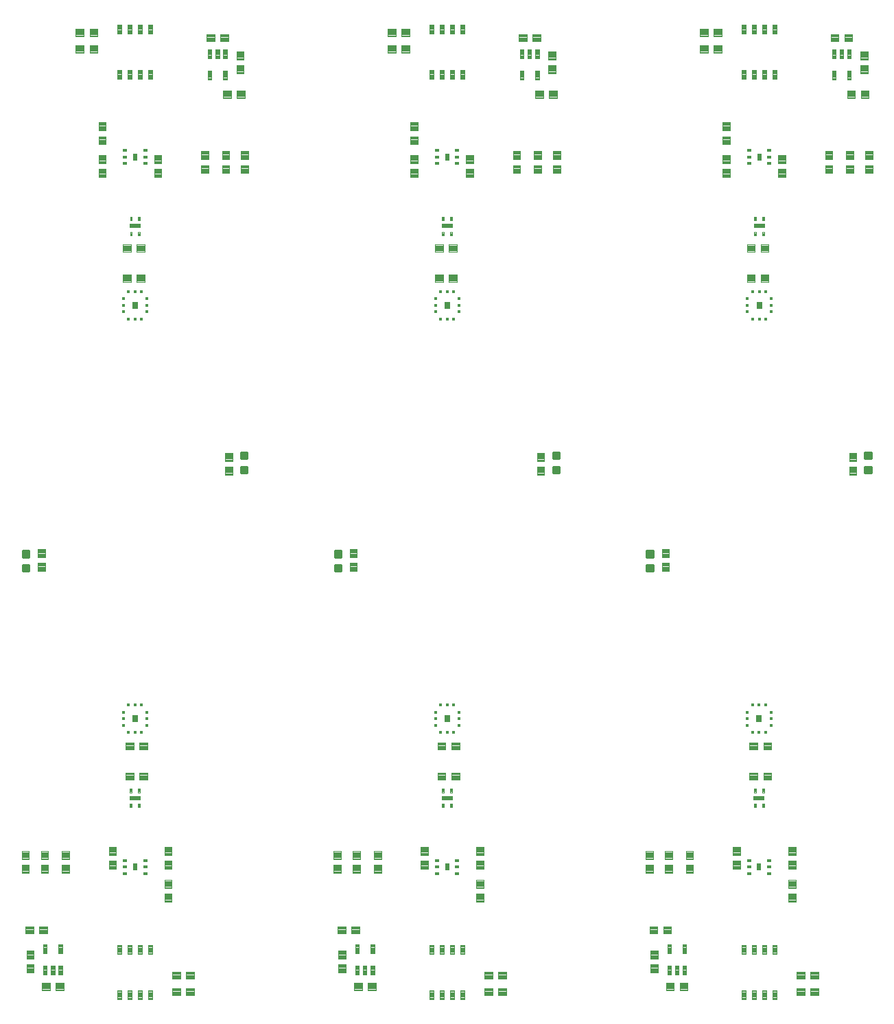
<source format=gtp>
G04 EAGLE Gerber RS-274X export*
G75*
%MOMM*%
%FSLAX34Y34*%
%LPD*%
%INSolderpaste Top*%
%IPPOS*%
%AMOC8*
5,1,8,0,0,1.08239X$1,22.5*%
G01*
%ADD10C,0.100000*%
%ADD11C,0.099000*%
%ADD12C,0.300000*%
%ADD13R,0.400000X0.300000*%
%ADD14R,0.700000X0.900000*%
%ADD15R,0.300000X0.400000*%
%ADD16R,1.400000X0.500000*%
%ADD17C,0.101500*%
%ADD18R,0.550000X0.400000*%
%ADD19R,0.600000X0.850000*%
%ADD20C,0.102000*%


D10*
X246182Y105990D02*
X236182Y105990D01*
X236182Y114990D01*
X246182Y114990D01*
X246182Y105990D01*
X246182Y106940D02*
X236182Y106940D01*
X236182Y107890D02*
X246182Y107890D01*
X246182Y108840D02*
X236182Y108840D01*
X236182Y109790D02*
X246182Y109790D01*
X246182Y110740D02*
X236182Y110740D01*
X236182Y111690D02*
X246182Y111690D01*
X246182Y112640D02*
X236182Y112640D01*
X236182Y113590D02*
X246182Y113590D01*
X246182Y114540D02*
X236182Y114540D01*
X253182Y105990D02*
X263182Y105990D01*
X253182Y105990D02*
X253182Y114990D01*
X263182Y114990D01*
X263182Y105990D01*
X263182Y106940D02*
X253182Y106940D01*
X253182Y107890D02*
X263182Y107890D01*
X263182Y108840D02*
X253182Y108840D01*
X253182Y109790D02*
X263182Y109790D01*
X263182Y110740D02*
X253182Y110740D01*
X253182Y111690D02*
X263182Y111690D01*
X263182Y112640D02*
X253182Y112640D01*
X253182Y113590D02*
X263182Y113590D01*
X263182Y114540D02*
X253182Y114540D01*
X246182Y85670D02*
X236182Y85670D01*
X236182Y94670D01*
X246182Y94670D01*
X246182Y85670D01*
X246182Y86620D02*
X236182Y86620D01*
X236182Y87570D02*
X246182Y87570D01*
X246182Y88520D02*
X236182Y88520D01*
X236182Y89470D02*
X246182Y89470D01*
X246182Y90420D02*
X236182Y90420D01*
X236182Y91370D02*
X246182Y91370D01*
X246182Y92320D02*
X236182Y92320D01*
X236182Y93270D02*
X246182Y93270D01*
X246182Y94220D02*
X236182Y94220D01*
X253182Y85670D02*
X263182Y85670D01*
X253182Y85670D02*
X253182Y94670D01*
X263182Y94670D01*
X263182Y85670D01*
X263182Y86620D02*
X253182Y86620D01*
X253182Y87570D02*
X263182Y87570D01*
X263182Y88520D02*
X253182Y88520D01*
X253182Y89470D02*
X263182Y89470D01*
X263182Y90420D02*
X253182Y90420D01*
X253182Y91370D02*
X263182Y91370D01*
X263182Y92320D02*
X253182Y92320D01*
X253182Y93270D02*
X263182Y93270D01*
X263182Y94220D02*
X253182Y94220D01*
X81572Y170870D02*
X71572Y170870D01*
X81572Y170870D02*
X81572Y161870D01*
X71572Y161870D01*
X71572Y170870D01*
X71572Y162820D02*
X81572Y162820D01*
X81572Y163770D02*
X71572Y163770D01*
X71572Y164720D02*
X81572Y164720D01*
X81572Y165670D02*
X71572Y165670D01*
X71572Y166620D02*
X81572Y166620D01*
X81572Y167570D02*
X71572Y167570D01*
X71572Y168520D02*
X81572Y168520D01*
X81572Y169470D02*
X71572Y169470D01*
X71572Y170420D02*
X81572Y170420D01*
X64572Y170870D02*
X54572Y170870D01*
X64572Y170870D02*
X64572Y161870D01*
X54572Y161870D01*
X54572Y170870D01*
X54572Y162820D02*
X64572Y162820D01*
X64572Y163770D02*
X54572Y163770D01*
X54572Y164720D02*
X64572Y164720D01*
X64572Y165670D02*
X54572Y165670D01*
X54572Y166620D02*
X64572Y166620D01*
X64572Y167570D02*
X54572Y167570D01*
X54572Y168520D02*
X64572Y168520D01*
X64572Y169470D02*
X54572Y169470D01*
X54572Y170420D02*
X64572Y170420D01*
D11*
X76637Y111034D02*
X81147Y111034D01*
X76637Y111034D02*
X76637Y122044D01*
X81147Y122044D01*
X81147Y111034D01*
X81147Y111974D02*
X76637Y111974D01*
X76637Y112914D02*
X81147Y112914D01*
X81147Y113854D02*
X76637Y113854D01*
X76637Y114794D02*
X81147Y114794D01*
X81147Y115734D02*
X76637Y115734D01*
X76637Y116674D02*
X81147Y116674D01*
X81147Y117614D02*
X76637Y117614D01*
X76637Y118554D02*
X81147Y118554D01*
X81147Y119494D02*
X76637Y119494D01*
X76637Y120434D02*
X81147Y120434D01*
X81147Y121374D02*
X76637Y121374D01*
X86137Y111034D02*
X90647Y111034D01*
X86137Y111034D02*
X86137Y122044D01*
X90647Y122044D01*
X90647Y111034D01*
X90647Y111974D02*
X86137Y111974D01*
X86137Y112914D02*
X90647Y112914D01*
X90647Y113854D02*
X86137Y113854D01*
X86137Y114794D02*
X90647Y114794D01*
X90647Y115734D02*
X86137Y115734D01*
X86137Y116674D02*
X90647Y116674D01*
X90647Y117614D02*
X86137Y117614D01*
X86137Y118554D02*
X90647Y118554D01*
X90647Y119494D02*
X86137Y119494D01*
X86137Y120434D02*
X90647Y120434D01*
X90647Y121374D02*
X86137Y121374D01*
X95637Y111034D02*
X100147Y111034D01*
X95637Y111034D02*
X95637Y122044D01*
X100147Y122044D01*
X100147Y111034D01*
X100147Y111974D02*
X95637Y111974D01*
X95637Y112914D02*
X100147Y112914D01*
X100147Y113854D02*
X95637Y113854D01*
X95637Y114794D02*
X100147Y114794D01*
X100147Y115734D02*
X95637Y115734D01*
X95637Y116674D02*
X100147Y116674D01*
X100147Y117614D02*
X95637Y117614D01*
X95637Y118554D02*
X100147Y118554D01*
X100147Y119494D02*
X95637Y119494D01*
X95637Y120434D02*
X100147Y120434D01*
X100147Y121374D02*
X95637Y121374D01*
X95637Y137036D02*
X100147Y137036D01*
X95637Y137036D02*
X95637Y148046D01*
X100147Y148046D01*
X100147Y137036D01*
X100147Y137976D02*
X95637Y137976D01*
X95637Y138916D02*
X100147Y138916D01*
X100147Y139856D02*
X95637Y139856D01*
X95637Y140796D02*
X100147Y140796D01*
X100147Y141736D02*
X95637Y141736D01*
X95637Y142676D02*
X100147Y142676D01*
X100147Y143616D02*
X95637Y143616D01*
X95637Y144556D02*
X100147Y144556D01*
X100147Y145496D02*
X95637Y145496D01*
X95637Y146436D02*
X100147Y146436D01*
X100147Y147376D02*
X95637Y147376D01*
X81147Y137036D02*
X76637Y137036D01*
X76637Y148046D01*
X81147Y148046D01*
X81147Y137036D01*
X81147Y137976D02*
X76637Y137976D01*
X76637Y138916D02*
X81147Y138916D01*
X81147Y139856D02*
X76637Y139856D01*
X76637Y140796D02*
X81147Y140796D01*
X81147Y141736D02*
X76637Y141736D01*
X76637Y142676D02*
X81147Y142676D01*
X81147Y143616D02*
X76637Y143616D01*
X76637Y144556D02*
X81147Y144556D01*
X81147Y145496D02*
X76637Y145496D01*
X76637Y146436D02*
X81147Y146436D01*
X81147Y147376D02*
X76637Y147376D01*
D10*
X64952Y123500D02*
X64952Y113500D01*
X55952Y113500D01*
X55952Y123500D01*
X64952Y123500D01*
X64952Y114450D02*
X55952Y114450D01*
X55952Y115400D02*
X64952Y115400D01*
X64952Y116350D02*
X55952Y116350D01*
X55952Y117300D02*
X64952Y117300D01*
X64952Y118250D02*
X55952Y118250D01*
X55952Y119200D02*
X64952Y119200D01*
X64952Y120150D02*
X55952Y120150D01*
X55952Y121100D02*
X64952Y121100D01*
X64952Y122050D02*
X55952Y122050D01*
X55952Y123000D02*
X64952Y123000D01*
X64952Y130500D02*
X64952Y140500D01*
X64952Y130500D02*
X55952Y130500D01*
X55952Y140500D01*
X64952Y140500D01*
X64952Y131450D02*
X55952Y131450D01*
X55952Y132400D02*
X64952Y132400D01*
X64952Y133350D02*
X55952Y133350D01*
X55952Y134300D02*
X64952Y134300D01*
X64952Y135250D02*
X55952Y135250D01*
X55952Y136200D02*
X64952Y136200D01*
X64952Y137150D02*
X55952Y137150D01*
X55952Y138100D02*
X64952Y138100D01*
X64952Y139050D02*
X55952Y139050D01*
X55952Y140000D02*
X64952Y140000D01*
X91892Y101020D02*
X101892Y101020D01*
X101892Y92020D01*
X91892Y92020D01*
X91892Y101020D01*
X91892Y92970D02*
X101892Y92970D01*
X101892Y93920D02*
X91892Y93920D01*
X91892Y94870D02*
X101892Y94870D01*
X101892Y95820D02*
X91892Y95820D01*
X91892Y96770D02*
X101892Y96770D01*
X101892Y97720D02*
X91892Y97720D01*
X91892Y98670D02*
X101892Y98670D01*
X101892Y99620D02*
X91892Y99620D01*
X91892Y100570D02*
X101892Y100570D01*
X84892Y101020D02*
X74892Y101020D01*
X84892Y101020D02*
X84892Y92020D01*
X74892Y92020D01*
X74892Y101020D01*
X74892Y92970D02*
X84892Y92970D01*
X84892Y93920D02*
X74892Y93920D01*
X74892Y94870D02*
X84892Y94870D01*
X84892Y95820D02*
X74892Y95820D01*
X74892Y96770D02*
X84892Y96770D01*
X84892Y97720D02*
X74892Y97720D01*
X74892Y98670D02*
X84892Y98670D01*
X84892Y99620D02*
X74892Y99620D01*
X74892Y100570D02*
X84892Y100570D01*
X78922Y608800D02*
X78922Y618800D01*
X78922Y608800D02*
X69922Y608800D01*
X69922Y618800D01*
X78922Y618800D01*
X78922Y609750D02*
X69922Y609750D01*
X69922Y610700D02*
X78922Y610700D01*
X78922Y611650D02*
X69922Y611650D01*
X69922Y612600D02*
X78922Y612600D01*
X78922Y613550D02*
X69922Y613550D01*
X69922Y614500D02*
X78922Y614500D01*
X78922Y615450D02*
X69922Y615450D01*
X69922Y616400D02*
X78922Y616400D01*
X78922Y617350D02*
X69922Y617350D01*
X69922Y618300D02*
X78922Y618300D01*
X78922Y625800D02*
X78922Y635800D01*
X78922Y625800D02*
X69922Y625800D01*
X69922Y635800D01*
X78922Y635800D01*
X78922Y626750D02*
X69922Y626750D01*
X69922Y627700D02*
X78922Y627700D01*
X78922Y628650D02*
X69922Y628650D01*
X69922Y629600D02*
X78922Y629600D01*
X78922Y630550D02*
X69922Y630550D01*
X69922Y631500D02*
X78922Y631500D01*
X78922Y632450D02*
X69922Y632450D01*
X69922Y633400D02*
X78922Y633400D01*
X78922Y634350D02*
X69922Y634350D01*
X69922Y635300D02*
X78922Y635300D01*
D12*
X58872Y626300D02*
X51872Y626300D01*
X51872Y633300D01*
X58872Y633300D01*
X58872Y626300D01*
X58872Y629150D02*
X51872Y629150D01*
X51872Y632000D02*
X58872Y632000D01*
X58872Y608760D02*
X51872Y608760D01*
X51872Y615760D01*
X58872Y615760D01*
X58872Y608760D01*
X58872Y611610D02*
X51872Y611610D01*
X51872Y614460D02*
X58872Y614460D01*
D10*
X195143Y360354D02*
X205143Y360354D01*
X205143Y351354D01*
X195143Y351354D01*
X195143Y360354D01*
X195143Y352304D02*
X205143Y352304D01*
X205143Y353254D02*
X195143Y353254D01*
X195143Y354204D02*
X205143Y354204D01*
X205143Y355154D02*
X195143Y355154D01*
X195143Y356104D02*
X205143Y356104D01*
X205143Y357054D02*
X195143Y357054D01*
X195143Y358004D02*
X205143Y358004D01*
X205143Y358954D02*
X195143Y358954D01*
X195143Y359904D02*
X205143Y359904D01*
X188143Y360354D02*
X178143Y360354D01*
X188143Y360354D02*
X188143Y351354D01*
X178143Y351354D01*
X178143Y360354D01*
X178143Y352304D02*
X188143Y352304D01*
X188143Y353254D02*
X178143Y353254D01*
X178143Y354204D02*
X188143Y354204D01*
X188143Y355154D02*
X178143Y355154D01*
X178143Y356104D02*
X188143Y356104D01*
X188143Y357054D02*
X178143Y357054D01*
X178143Y358004D02*
X188143Y358004D01*
X188143Y358954D02*
X178143Y358954D01*
X178143Y359904D02*
X188143Y359904D01*
D13*
X175492Y434720D03*
X175492Y426720D03*
X175492Y418720D03*
X204492Y434720D03*
X204492Y426720D03*
X204492Y418720D03*
D14*
X189992Y426720D03*
D15*
X189992Y409720D03*
X181992Y409720D03*
X197992Y409720D03*
X189992Y443720D03*
X181992Y443720D03*
X197992Y443720D03*
D10*
X108640Y246690D02*
X108640Y236690D01*
X99640Y236690D01*
X99640Y246690D01*
X108640Y246690D01*
X108640Y237640D02*
X99640Y237640D01*
X99640Y238590D02*
X108640Y238590D01*
X108640Y239540D02*
X99640Y239540D01*
X99640Y240490D02*
X108640Y240490D01*
X108640Y241440D02*
X99640Y241440D01*
X99640Y242390D02*
X108640Y242390D01*
X108640Y243340D02*
X99640Y243340D01*
X99640Y244290D02*
X108640Y244290D01*
X108640Y245240D02*
X99640Y245240D01*
X99640Y246190D02*
X108640Y246190D01*
X108640Y253690D02*
X108640Y263690D01*
X108640Y253690D02*
X99640Y253690D01*
X99640Y263690D01*
X108640Y263690D01*
X108640Y254640D02*
X99640Y254640D01*
X99640Y255590D02*
X108640Y255590D01*
X108640Y256540D02*
X99640Y256540D01*
X99640Y257490D02*
X108640Y257490D01*
X108640Y258440D02*
X99640Y258440D01*
X99640Y259390D02*
X108640Y259390D01*
X108640Y260340D02*
X99640Y260340D01*
X99640Y261290D02*
X108640Y261290D01*
X108640Y262240D02*
X99640Y262240D01*
X99640Y263190D02*
X108640Y263190D01*
X82732Y246690D02*
X82732Y236690D01*
X73732Y236690D01*
X73732Y246690D01*
X82732Y246690D01*
X82732Y237640D02*
X73732Y237640D01*
X73732Y238590D02*
X82732Y238590D01*
X82732Y239540D02*
X73732Y239540D01*
X73732Y240490D02*
X82732Y240490D01*
X82732Y241440D02*
X73732Y241440D01*
X73732Y242390D02*
X82732Y242390D01*
X82732Y243340D02*
X73732Y243340D01*
X73732Y244290D02*
X82732Y244290D01*
X82732Y245240D02*
X73732Y245240D01*
X73732Y246190D02*
X82732Y246190D01*
X82732Y253690D02*
X82732Y263690D01*
X82732Y253690D02*
X73732Y253690D01*
X73732Y263690D01*
X82732Y263690D01*
X82732Y254640D02*
X73732Y254640D01*
X73732Y255590D02*
X82732Y255590D01*
X82732Y256540D02*
X73732Y256540D01*
X73732Y257490D02*
X82732Y257490D01*
X82732Y258440D02*
X73732Y258440D01*
X73732Y259390D02*
X82732Y259390D01*
X82732Y260340D02*
X73732Y260340D01*
X73732Y261290D02*
X82732Y261290D01*
X82732Y262240D02*
X73732Y262240D01*
X73732Y263190D02*
X82732Y263190D01*
X59110Y246690D02*
X59110Y236690D01*
X50110Y236690D01*
X50110Y246690D01*
X59110Y246690D01*
X59110Y237640D02*
X50110Y237640D01*
X50110Y238590D02*
X59110Y238590D01*
X59110Y239540D02*
X50110Y239540D01*
X50110Y240490D02*
X59110Y240490D01*
X59110Y241440D02*
X50110Y241440D01*
X50110Y242390D02*
X59110Y242390D01*
X59110Y243340D02*
X50110Y243340D01*
X50110Y244290D02*
X59110Y244290D01*
X59110Y245240D02*
X50110Y245240D01*
X50110Y246190D02*
X59110Y246190D01*
X59110Y253690D02*
X59110Y263690D01*
X59110Y253690D02*
X50110Y253690D01*
X50110Y263690D01*
X59110Y263690D01*
X59110Y254640D02*
X50110Y254640D01*
X50110Y255590D02*
X59110Y255590D01*
X59110Y256540D02*
X50110Y256540D01*
X50110Y257490D02*
X59110Y257490D01*
X59110Y258440D02*
X50110Y258440D01*
X50110Y259390D02*
X59110Y259390D01*
X59110Y260340D02*
X50110Y260340D01*
X50110Y261290D02*
X59110Y261290D01*
X59110Y262240D02*
X50110Y262240D01*
X50110Y263190D02*
X59110Y263190D01*
X166552Y251516D02*
X166552Y241516D01*
X157552Y241516D01*
X157552Y251516D01*
X166552Y251516D01*
X166552Y242466D02*
X157552Y242466D01*
X157552Y243416D02*
X166552Y243416D01*
X166552Y244366D02*
X157552Y244366D01*
X157552Y245316D02*
X166552Y245316D01*
X166552Y246266D02*
X157552Y246266D01*
X157552Y247216D02*
X166552Y247216D01*
X166552Y248166D02*
X157552Y248166D01*
X157552Y249116D02*
X166552Y249116D01*
X166552Y250066D02*
X157552Y250066D01*
X157552Y251016D02*
X166552Y251016D01*
X166552Y258516D02*
X166552Y268516D01*
X166552Y258516D02*
X157552Y258516D01*
X157552Y268516D01*
X166552Y268516D01*
X166552Y259466D02*
X157552Y259466D01*
X157552Y260416D02*
X166552Y260416D01*
X166552Y261366D02*
X157552Y261366D01*
X157552Y262316D02*
X166552Y262316D01*
X166552Y263266D02*
X157552Y263266D01*
X157552Y264216D02*
X166552Y264216D01*
X166552Y265166D02*
X157552Y265166D01*
X157552Y266116D02*
X166552Y266116D01*
X166552Y267066D02*
X157552Y267066D01*
X157552Y268016D02*
X166552Y268016D01*
D16*
X189992Y328930D03*
D17*
X193749Y335937D02*
X196235Y335937D01*
X193749Y335937D02*
X193749Y340423D01*
X196235Y340423D01*
X196235Y335937D01*
X196235Y336901D02*
X193749Y336901D01*
X193749Y337865D02*
X196235Y337865D01*
X196235Y338829D02*
X193749Y338829D01*
X193749Y339793D02*
X196235Y339793D01*
X186235Y335937D02*
X183749Y335937D01*
X183749Y340423D01*
X186235Y340423D01*
X186235Y335937D01*
X186235Y336901D02*
X183749Y336901D01*
X183749Y337865D02*
X186235Y337865D01*
X186235Y338829D02*
X183749Y338829D01*
X183749Y339793D02*
X186235Y339793D01*
X186235Y317437D02*
X183749Y317437D01*
X183749Y321923D01*
X186235Y321923D01*
X186235Y317437D01*
X186235Y318401D02*
X183749Y318401D01*
X183749Y319365D02*
X186235Y319365D01*
X186235Y320329D02*
X183749Y320329D01*
X183749Y321293D02*
X186235Y321293D01*
X193749Y317437D02*
X196235Y317437D01*
X193749Y317437D02*
X193749Y321923D01*
X196235Y321923D01*
X196235Y317437D01*
X196235Y318401D02*
X193749Y318401D01*
X193749Y319365D02*
X196235Y319365D01*
X196235Y320329D02*
X193749Y320329D01*
X193749Y321293D02*
X196235Y321293D01*
D10*
X195143Y397692D02*
X205143Y397692D01*
X205143Y388692D01*
X195143Y388692D01*
X195143Y397692D01*
X195143Y389642D02*
X205143Y389642D01*
X205143Y390592D02*
X195143Y390592D01*
X195143Y391542D02*
X205143Y391542D01*
X205143Y392492D02*
X195143Y392492D01*
X195143Y393442D02*
X205143Y393442D01*
X205143Y394392D02*
X195143Y394392D01*
X195143Y395342D02*
X205143Y395342D01*
X205143Y396292D02*
X195143Y396292D01*
X195143Y397242D02*
X205143Y397242D01*
X188143Y397692D02*
X178143Y397692D01*
X188143Y397692D02*
X188143Y388692D01*
X178143Y388692D01*
X178143Y397692D01*
X178143Y389642D02*
X188143Y389642D01*
X188143Y390592D02*
X178143Y390592D01*
X178143Y391542D02*
X188143Y391542D01*
X188143Y392492D02*
X178143Y392492D01*
X178143Y393442D02*
X188143Y393442D01*
X188143Y394392D02*
X178143Y394392D01*
X178143Y395342D02*
X188143Y395342D01*
X188143Y396292D02*
X178143Y396292D01*
X178143Y397242D02*
X188143Y397242D01*
D18*
X202492Y235840D03*
X202492Y243840D03*
X202492Y251840D03*
X177492Y235840D03*
X177492Y243840D03*
X177492Y251840D03*
D19*
X189992Y243840D03*
D10*
X226132Y228130D02*
X226132Y218130D01*
X226132Y228130D02*
X235132Y228130D01*
X235132Y218130D01*
X226132Y218130D01*
X226132Y219080D02*
X235132Y219080D01*
X235132Y220030D02*
X226132Y220030D01*
X226132Y220980D02*
X235132Y220980D01*
X235132Y221930D02*
X226132Y221930D01*
X226132Y222880D02*
X235132Y222880D01*
X235132Y223830D02*
X226132Y223830D01*
X226132Y224780D02*
X235132Y224780D01*
X235132Y225730D02*
X226132Y225730D01*
X226132Y226680D02*
X235132Y226680D01*
X235132Y227630D02*
X226132Y227630D01*
X226132Y211130D02*
X226132Y201130D01*
X226132Y211130D02*
X235132Y211130D01*
X235132Y201130D01*
X226132Y201130D01*
X226132Y202080D02*
X235132Y202080D01*
X235132Y203030D02*
X226132Y203030D01*
X226132Y203980D02*
X235132Y203980D01*
X235132Y204930D02*
X226132Y204930D01*
X226132Y205880D02*
X235132Y205880D01*
X235132Y206830D02*
X226132Y206830D01*
X226132Y207780D02*
X235132Y207780D01*
X235132Y208730D02*
X226132Y208730D01*
X226132Y209680D02*
X235132Y209680D01*
X235132Y210630D02*
X226132Y210630D01*
X226132Y258516D02*
X226132Y268516D01*
X235132Y268516D01*
X235132Y258516D01*
X226132Y258516D01*
X226132Y259466D02*
X235132Y259466D01*
X235132Y260416D02*
X226132Y260416D01*
X226132Y261366D02*
X235132Y261366D01*
X235132Y262316D02*
X226132Y262316D01*
X226132Y263266D02*
X235132Y263266D01*
X235132Y264216D02*
X226132Y264216D01*
X226132Y265166D02*
X235132Y265166D01*
X235132Y266116D02*
X226132Y266116D01*
X226132Y267066D02*
X235132Y267066D01*
X235132Y268016D02*
X226132Y268016D01*
X226132Y251516D02*
X226132Y241516D01*
X226132Y251516D02*
X235132Y251516D01*
X235132Y241516D01*
X226132Y241516D01*
X226132Y242466D02*
X235132Y242466D01*
X235132Y243416D02*
X226132Y243416D01*
X226132Y244366D02*
X235132Y244366D01*
X235132Y245316D02*
X226132Y245316D01*
X226132Y246266D02*
X235132Y246266D01*
X235132Y247216D02*
X226132Y247216D01*
X226132Y248166D02*
X235132Y248166D01*
X235132Y249116D02*
X226132Y249116D01*
X226132Y250066D02*
X235132Y250066D01*
X235132Y251016D02*
X226132Y251016D01*
D20*
X173432Y80810D02*
X168452Y80810D01*
X168452Y91790D01*
X173432Y91790D01*
X173432Y80810D01*
X173432Y81779D02*
X168452Y81779D01*
X168452Y82748D02*
X173432Y82748D01*
X173432Y83717D02*
X168452Y83717D01*
X168452Y84686D02*
X173432Y84686D01*
X173432Y85655D02*
X168452Y85655D01*
X168452Y86624D02*
X173432Y86624D01*
X173432Y87593D02*
X168452Y87593D01*
X168452Y88562D02*
X173432Y88562D01*
X173432Y89531D02*
X168452Y89531D01*
X168452Y90500D02*
X173432Y90500D01*
X173432Y91469D02*
X168452Y91469D01*
X181152Y80810D02*
X186132Y80810D01*
X181152Y80810D02*
X181152Y91790D01*
X186132Y91790D01*
X186132Y80810D01*
X186132Y81779D02*
X181152Y81779D01*
X181152Y82748D02*
X186132Y82748D01*
X186132Y83717D02*
X181152Y83717D01*
X181152Y84686D02*
X186132Y84686D01*
X186132Y85655D02*
X181152Y85655D01*
X181152Y86624D02*
X186132Y86624D01*
X186132Y87593D02*
X181152Y87593D01*
X181152Y88562D02*
X186132Y88562D01*
X186132Y89531D02*
X181152Y89531D01*
X181152Y90500D02*
X186132Y90500D01*
X186132Y91469D02*
X181152Y91469D01*
X193852Y80810D02*
X198832Y80810D01*
X193852Y80810D02*
X193852Y91790D01*
X198832Y91790D01*
X198832Y80810D01*
X198832Y81779D02*
X193852Y81779D01*
X193852Y82748D02*
X198832Y82748D01*
X198832Y83717D02*
X193852Y83717D01*
X193852Y84686D02*
X198832Y84686D01*
X198832Y85655D02*
X193852Y85655D01*
X193852Y86624D02*
X198832Y86624D01*
X198832Y87593D02*
X193852Y87593D01*
X193852Y88562D02*
X198832Y88562D01*
X198832Y89531D02*
X193852Y89531D01*
X193852Y90500D02*
X198832Y90500D01*
X198832Y91469D02*
X193852Y91469D01*
X206552Y80810D02*
X211532Y80810D01*
X206552Y80810D02*
X206552Y91790D01*
X211532Y91790D01*
X211532Y80810D01*
X211532Y81779D02*
X206552Y81779D01*
X206552Y82748D02*
X211532Y82748D01*
X211532Y83717D02*
X206552Y83717D01*
X206552Y84686D02*
X211532Y84686D01*
X211532Y85655D02*
X206552Y85655D01*
X206552Y86624D02*
X211532Y86624D01*
X211532Y87593D02*
X206552Y87593D01*
X206552Y88562D02*
X211532Y88562D01*
X211532Y89531D02*
X206552Y89531D01*
X206552Y90500D02*
X211532Y90500D01*
X211532Y91469D02*
X206552Y91469D01*
X206552Y136810D02*
X211532Y136810D01*
X206552Y136810D02*
X206552Y147790D01*
X211532Y147790D01*
X211532Y136810D01*
X211532Y137779D02*
X206552Y137779D01*
X206552Y138748D02*
X211532Y138748D01*
X211532Y139717D02*
X206552Y139717D01*
X206552Y140686D02*
X211532Y140686D01*
X211532Y141655D02*
X206552Y141655D01*
X206552Y142624D02*
X211532Y142624D01*
X211532Y143593D02*
X206552Y143593D01*
X206552Y144562D02*
X211532Y144562D01*
X211532Y145531D02*
X206552Y145531D01*
X206552Y146500D02*
X211532Y146500D01*
X211532Y147469D02*
X206552Y147469D01*
X198832Y136810D02*
X193852Y136810D01*
X193852Y147790D01*
X198832Y147790D01*
X198832Y136810D01*
X198832Y137779D02*
X193852Y137779D01*
X193852Y138748D02*
X198832Y138748D01*
X198832Y139717D02*
X193852Y139717D01*
X193852Y140686D02*
X198832Y140686D01*
X198832Y141655D02*
X193852Y141655D01*
X193852Y142624D02*
X198832Y142624D01*
X198832Y143593D02*
X193852Y143593D01*
X193852Y144562D02*
X198832Y144562D01*
X198832Y145531D02*
X193852Y145531D01*
X193852Y146500D02*
X198832Y146500D01*
X198832Y147469D02*
X193852Y147469D01*
X186132Y136810D02*
X181152Y136810D01*
X181152Y147790D01*
X186132Y147790D01*
X186132Y136810D01*
X186132Y137779D02*
X181152Y137779D01*
X181152Y138748D02*
X186132Y138748D01*
X186132Y139717D02*
X181152Y139717D01*
X181152Y140686D02*
X186132Y140686D01*
X186132Y141655D02*
X181152Y141655D01*
X181152Y142624D02*
X186132Y142624D01*
X186132Y143593D02*
X181152Y143593D01*
X181152Y144562D02*
X186132Y144562D01*
X186132Y145531D02*
X181152Y145531D01*
X181152Y146500D02*
X186132Y146500D01*
X186132Y147469D02*
X181152Y147469D01*
X173432Y136810D02*
X168452Y136810D01*
X168452Y147790D01*
X173432Y147790D01*
X173432Y136810D01*
X173432Y137779D02*
X168452Y137779D01*
X168452Y138748D02*
X173432Y138748D01*
X173432Y139717D02*
X168452Y139717D01*
X168452Y140686D02*
X173432Y140686D01*
X173432Y141655D02*
X168452Y141655D01*
X168452Y142624D02*
X173432Y142624D01*
X173432Y143593D02*
X168452Y143593D01*
X168452Y144562D02*
X173432Y144562D01*
X173432Y145531D02*
X168452Y145531D01*
X168452Y146500D02*
X173432Y146500D01*
X173432Y147469D02*
X168452Y147469D01*
D10*
X621271Y105990D02*
X631271Y105990D01*
X621271Y105990D02*
X621271Y114990D01*
X631271Y114990D01*
X631271Y105990D01*
X631271Y106940D02*
X621271Y106940D01*
X621271Y107890D02*
X631271Y107890D01*
X631271Y108840D02*
X621271Y108840D01*
X621271Y109790D02*
X631271Y109790D01*
X631271Y110740D02*
X621271Y110740D01*
X621271Y111690D02*
X631271Y111690D01*
X631271Y112640D02*
X621271Y112640D01*
X621271Y113590D02*
X631271Y113590D01*
X631271Y114540D02*
X621271Y114540D01*
X638271Y105990D02*
X648271Y105990D01*
X638271Y105990D02*
X638271Y114990D01*
X648271Y114990D01*
X648271Y105990D01*
X648271Y106940D02*
X638271Y106940D01*
X638271Y107890D02*
X648271Y107890D01*
X648271Y108840D02*
X638271Y108840D01*
X638271Y109790D02*
X648271Y109790D01*
X648271Y110740D02*
X638271Y110740D01*
X638271Y111690D02*
X648271Y111690D01*
X648271Y112640D02*
X638271Y112640D01*
X638271Y113590D02*
X648271Y113590D01*
X648271Y114540D02*
X638271Y114540D01*
X631271Y85670D02*
X621271Y85670D01*
X621271Y94670D01*
X631271Y94670D01*
X631271Y85670D01*
X631271Y86620D02*
X621271Y86620D01*
X621271Y87570D02*
X631271Y87570D01*
X631271Y88520D02*
X621271Y88520D01*
X621271Y89470D02*
X631271Y89470D01*
X631271Y90420D02*
X621271Y90420D01*
X621271Y91370D02*
X631271Y91370D01*
X631271Y92320D02*
X621271Y92320D01*
X621271Y93270D02*
X631271Y93270D01*
X631271Y94220D02*
X621271Y94220D01*
X638271Y85670D02*
X648271Y85670D01*
X638271Y85670D02*
X638271Y94670D01*
X648271Y94670D01*
X648271Y85670D01*
X648271Y86620D02*
X638271Y86620D01*
X638271Y87570D02*
X648271Y87570D01*
X648271Y88520D02*
X638271Y88520D01*
X638271Y89470D02*
X648271Y89470D01*
X648271Y90420D02*
X638271Y90420D01*
X638271Y91370D02*
X648271Y91370D01*
X648271Y92320D02*
X638271Y92320D01*
X638271Y93270D02*
X648271Y93270D01*
X648271Y94220D02*
X638271Y94220D01*
X466661Y170870D02*
X456661Y170870D01*
X466661Y170870D02*
X466661Y161870D01*
X456661Y161870D01*
X456661Y170870D01*
X456661Y162820D02*
X466661Y162820D01*
X466661Y163770D02*
X456661Y163770D01*
X456661Y164720D02*
X466661Y164720D01*
X466661Y165670D02*
X456661Y165670D01*
X456661Y166620D02*
X466661Y166620D01*
X466661Y167570D02*
X456661Y167570D01*
X456661Y168520D02*
X466661Y168520D01*
X466661Y169470D02*
X456661Y169470D01*
X456661Y170420D02*
X466661Y170420D01*
X449661Y170870D02*
X439661Y170870D01*
X449661Y170870D02*
X449661Y161870D01*
X439661Y161870D01*
X439661Y170870D01*
X439661Y162820D02*
X449661Y162820D01*
X449661Y163770D02*
X439661Y163770D01*
X439661Y164720D02*
X449661Y164720D01*
X449661Y165670D02*
X439661Y165670D01*
X439661Y166620D02*
X449661Y166620D01*
X449661Y167570D02*
X439661Y167570D01*
X439661Y168520D02*
X449661Y168520D01*
X449661Y169470D02*
X439661Y169470D01*
X439661Y170420D02*
X449661Y170420D01*
D11*
X461726Y111034D02*
X466236Y111034D01*
X461726Y111034D02*
X461726Y122044D01*
X466236Y122044D01*
X466236Y111034D01*
X466236Y111974D02*
X461726Y111974D01*
X461726Y112914D02*
X466236Y112914D01*
X466236Y113854D02*
X461726Y113854D01*
X461726Y114794D02*
X466236Y114794D01*
X466236Y115734D02*
X461726Y115734D01*
X461726Y116674D02*
X466236Y116674D01*
X466236Y117614D02*
X461726Y117614D01*
X461726Y118554D02*
X466236Y118554D01*
X466236Y119494D02*
X461726Y119494D01*
X461726Y120434D02*
X466236Y120434D01*
X466236Y121374D02*
X461726Y121374D01*
X471226Y111034D02*
X475736Y111034D01*
X471226Y111034D02*
X471226Y122044D01*
X475736Y122044D01*
X475736Y111034D01*
X475736Y111974D02*
X471226Y111974D01*
X471226Y112914D02*
X475736Y112914D01*
X475736Y113854D02*
X471226Y113854D01*
X471226Y114794D02*
X475736Y114794D01*
X475736Y115734D02*
X471226Y115734D01*
X471226Y116674D02*
X475736Y116674D01*
X475736Y117614D02*
X471226Y117614D01*
X471226Y118554D02*
X475736Y118554D01*
X475736Y119494D02*
X471226Y119494D01*
X471226Y120434D02*
X475736Y120434D01*
X475736Y121374D02*
X471226Y121374D01*
X480726Y111034D02*
X485236Y111034D01*
X480726Y111034D02*
X480726Y122044D01*
X485236Y122044D01*
X485236Y111034D01*
X485236Y111974D02*
X480726Y111974D01*
X480726Y112914D02*
X485236Y112914D01*
X485236Y113854D02*
X480726Y113854D01*
X480726Y114794D02*
X485236Y114794D01*
X485236Y115734D02*
X480726Y115734D01*
X480726Y116674D02*
X485236Y116674D01*
X485236Y117614D02*
X480726Y117614D01*
X480726Y118554D02*
X485236Y118554D01*
X485236Y119494D02*
X480726Y119494D01*
X480726Y120434D02*
X485236Y120434D01*
X485236Y121374D02*
X480726Y121374D01*
X480726Y137036D02*
X485236Y137036D01*
X480726Y137036D02*
X480726Y148046D01*
X485236Y148046D01*
X485236Y137036D01*
X485236Y137976D02*
X480726Y137976D01*
X480726Y138916D02*
X485236Y138916D01*
X485236Y139856D02*
X480726Y139856D01*
X480726Y140796D02*
X485236Y140796D01*
X485236Y141736D02*
X480726Y141736D01*
X480726Y142676D02*
X485236Y142676D01*
X485236Y143616D02*
X480726Y143616D01*
X480726Y144556D02*
X485236Y144556D01*
X485236Y145496D02*
X480726Y145496D01*
X480726Y146436D02*
X485236Y146436D01*
X485236Y147376D02*
X480726Y147376D01*
X466236Y137036D02*
X461726Y137036D01*
X461726Y148046D01*
X466236Y148046D01*
X466236Y137036D01*
X466236Y137976D02*
X461726Y137976D01*
X461726Y138916D02*
X466236Y138916D01*
X466236Y139856D02*
X461726Y139856D01*
X461726Y140796D02*
X466236Y140796D01*
X466236Y141736D02*
X461726Y141736D01*
X461726Y142676D02*
X466236Y142676D01*
X466236Y143616D02*
X461726Y143616D01*
X461726Y144556D02*
X466236Y144556D01*
X466236Y145496D02*
X461726Y145496D01*
X461726Y146436D02*
X466236Y146436D01*
X466236Y147376D02*
X461726Y147376D01*
D10*
X450041Y123500D02*
X450041Y113500D01*
X441041Y113500D01*
X441041Y123500D01*
X450041Y123500D01*
X450041Y114450D02*
X441041Y114450D01*
X441041Y115400D02*
X450041Y115400D01*
X450041Y116350D02*
X441041Y116350D01*
X441041Y117300D02*
X450041Y117300D01*
X450041Y118250D02*
X441041Y118250D01*
X441041Y119200D02*
X450041Y119200D01*
X450041Y120150D02*
X441041Y120150D01*
X441041Y121100D02*
X450041Y121100D01*
X450041Y122050D02*
X441041Y122050D01*
X441041Y123000D02*
X450041Y123000D01*
X450041Y130500D02*
X450041Y140500D01*
X450041Y130500D02*
X441041Y130500D01*
X441041Y140500D01*
X450041Y140500D01*
X450041Y131450D02*
X441041Y131450D01*
X441041Y132400D02*
X450041Y132400D01*
X450041Y133350D02*
X441041Y133350D01*
X441041Y134300D02*
X450041Y134300D01*
X450041Y135250D02*
X441041Y135250D01*
X441041Y136200D02*
X450041Y136200D01*
X450041Y137150D02*
X441041Y137150D01*
X441041Y138100D02*
X450041Y138100D01*
X450041Y139050D02*
X441041Y139050D01*
X441041Y140000D02*
X450041Y140000D01*
X476981Y101020D02*
X486981Y101020D01*
X486981Y92020D01*
X476981Y92020D01*
X476981Y101020D01*
X476981Y92970D02*
X486981Y92970D01*
X486981Y93920D02*
X476981Y93920D01*
X476981Y94870D02*
X486981Y94870D01*
X486981Y95820D02*
X476981Y95820D01*
X476981Y96770D02*
X486981Y96770D01*
X486981Y97720D02*
X476981Y97720D01*
X476981Y98670D02*
X486981Y98670D01*
X486981Y99620D02*
X476981Y99620D01*
X476981Y100570D02*
X486981Y100570D01*
X469981Y101020D02*
X459981Y101020D01*
X469981Y101020D02*
X469981Y92020D01*
X459981Y92020D01*
X459981Y101020D01*
X459981Y92970D02*
X469981Y92970D01*
X469981Y93920D02*
X459981Y93920D01*
X459981Y94870D02*
X469981Y94870D01*
X469981Y95820D02*
X459981Y95820D01*
X459981Y96770D02*
X469981Y96770D01*
X469981Y97720D02*
X459981Y97720D01*
X459981Y98670D02*
X469981Y98670D01*
X469981Y99620D02*
X459981Y99620D01*
X459981Y100570D02*
X469981Y100570D01*
X464011Y608800D02*
X464011Y618800D01*
X464011Y608800D02*
X455011Y608800D01*
X455011Y618800D01*
X464011Y618800D01*
X464011Y609750D02*
X455011Y609750D01*
X455011Y610700D02*
X464011Y610700D01*
X464011Y611650D02*
X455011Y611650D01*
X455011Y612600D02*
X464011Y612600D01*
X464011Y613550D02*
X455011Y613550D01*
X455011Y614500D02*
X464011Y614500D01*
X464011Y615450D02*
X455011Y615450D01*
X455011Y616400D02*
X464011Y616400D01*
X464011Y617350D02*
X455011Y617350D01*
X455011Y618300D02*
X464011Y618300D01*
X464011Y625800D02*
X464011Y635800D01*
X464011Y625800D02*
X455011Y625800D01*
X455011Y635800D01*
X464011Y635800D01*
X464011Y626750D02*
X455011Y626750D01*
X455011Y627700D02*
X464011Y627700D01*
X464011Y628650D02*
X455011Y628650D01*
X455011Y629600D02*
X464011Y629600D01*
X464011Y630550D02*
X455011Y630550D01*
X455011Y631500D02*
X464011Y631500D01*
X464011Y632450D02*
X455011Y632450D01*
X455011Y633400D02*
X464011Y633400D01*
X464011Y634350D02*
X455011Y634350D01*
X455011Y635300D02*
X464011Y635300D01*
D12*
X443961Y626300D02*
X436961Y626300D01*
X436961Y633300D01*
X443961Y633300D01*
X443961Y626300D01*
X443961Y629150D02*
X436961Y629150D01*
X436961Y632000D02*
X443961Y632000D01*
X443961Y608760D02*
X436961Y608760D01*
X436961Y615760D01*
X443961Y615760D01*
X443961Y608760D01*
X443961Y611610D02*
X436961Y611610D01*
X436961Y614460D02*
X443961Y614460D01*
D10*
X580232Y360354D02*
X590232Y360354D01*
X590232Y351354D01*
X580232Y351354D01*
X580232Y360354D01*
X580232Y352304D02*
X590232Y352304D01*
X590232Y353254D02*
X580232Y353254D01*
X580232Y354204D02*
X590232Y354204D01*
X590232Y355154D02*
X580232Y355154D01*
X580232Y356104D02*
X590232Y356104D01*
X590232Y357054D02*
X580232Y357054D01*
X580232Y358004D02*
X590232Y358004D01*
X590232Y358954D02*
X580232Y358954D01*
X580232Y359904D02*
X590232Y359904D01*
X573232Y360354D02*
X563232Y360354D01*
X573232Y360354D02*
X573232Y351354D01*
X563232Y351354D01*
X563232Y360354D01*
X563232Y352304D02*
X573232Y352304D01*
X573232Y353254D02*
X563232Y353254D01*
X563232Y354204D02*
X573232Y354204D01*
X573232Y355154D02*
X563232Y355154D01*
X563232Y356104D02*
X573232Y356104D01*
X573232Y357054D02*
X563232Y357054D01*
X563232Y358004D02*
X573232Y358004D01*
X573232Y358954D02*
X563232Y358954D01*
X563232Y359904D02*
X573232Y359904D01*
D13*
X560581Y434720D03*
X560581Y426720D03*
X560581Y418720D03*
X589581Y434720D03*
X589581Y426720D03*
X589581Y418720D03*
D14*
X575081Y426720D03*
D15*
X575081Y409720D03*
X567081Y409720D03*
X583081Y409720D03*
X575081Y443720D03*
X567081Y443720D03*
X583081Y443720D03*
D10*
X493729Y246690D02*
X493729Y236690D01*
X484729Y236690D01*
X484729Y246690D01*
X493729Y246690D01*
X493729Y237640D02*
X484729Y237640D01*
X484729Y238590D02*
X493729Y238590D01*
X493729Y239540D02*
X484729Y239540D01*
X484729Y240490D02*
X493729Y240490D01*
X493729Y241440D02*
X484729Y241440D01*
X484729Y242390D02*
X493729Y242390D01*
X493729Y243340D02*
X484729Y243340D01*
X484729Y244290D02*
X493729Y244290D01*
X493729Y245240D02*
X484729Y245240D01*
X484729Y246190D02*
X493729Y246190D01*
X493729Y253690D02*
X493729Y263690D01*
X493729Y253690D02*
X484729Y253690D01*
X484729Y263690D01*
X493729Y263690D01*
X493729Y254640D02*
X484729Y254640D01*
X484729Y255590D02*
X493729Y255590D01*
X493729Y256540D02*
X484729Y256540D01*
X484729Y257490D02*
X493729Y257490D01*
X493729Y258440D02*
X484729Y258440D01*
X484729Y259390D02*
X493729Y259390D01*
X493729Y260340D02*
X484729Y260340D01*
X484729Y261290D02*
X493729Y261290D01*
X493729Y262240D02*
X484729Y262240D01*
X484729Y263190D02*
X493729Y263190D01*
X467821Y246690D02*
X467821Y236690D01*
X458821Y236690D01*
X458821Y246690D01*
X467821Y246690D01*
X467821Y237640D02*
X458821Y237640D01*
X458821Y238590D02*
X467821Y238590D01*
X467821Y239540D02*
X458821Y239540D01*
X458821Y240490D02*
X467821Y240490D01*
X467821Y241440D02*
X458821Y241440D01*
X458821Y242390D02*
X467821Y242390D01*
X467821Y243340D02*
X458821Y243340D01*
X458821Y244290D02*
X467821Y244290D01*
X467821Y245240D02*
X458821Y245240D01*
X458821Y246190D02*
X467821Y246190D01*
X467821Y253690D02*
X467821Y263690D01*
X467821Y253690D02*
X458821Y253690D01*
X458821Y263690D01*
X467821Y263690D01*
X467821Y254640D02*
X458821Y254640D01*
X458821Y255590D02*
X467821Y255590D01*
X467821Y256540D02*
X458821Y256540D01*
X458821Y257490D02*
X467821Y257490D01*
X467821Y258440D02*
X458821Y258440D01*
X458821Y259390D02*
X467821Y259390D01*
X467821Y260340D02*
X458821Y260340D01*
X458821Y261290D02*
X467821Y261290D01*
X467821Y262240D02*
X458821Y262240D01*
X458821Y263190D02*
X467821Y263190D01*
X444199Y246690D02*
X444199Y236690D01*
X435199Y236690D01*
X435199Y246690D01*
X444199Y246690D01*
X444199Y237640D02*
X435199Y237640D01*
X435199Y238590D02*
X444199Y238590D01*
X444199Y239540D02*
X435199Y239540D01*
X435199Y240490D02*
X444199Y240490D01*
X444199Y241440D02*
X435199Y241440D01*
X435199Y242390D02*
X444199Y242390D01*
X444199Y243340D02*
X435199Y243340D01*
X435199Y244290D02*
X444199Y244290D01*
X444199Y245240D02*
X435199Y245240D01*
X435199Y246190D02*
X444199Y246190D01*
X444199Y253690D02*
X444199Y263690D01*
X444199Y253690D02*
X435199Y253690D01*
X435199Y263690D01*
X444199Y263690D01*
X444199Y254640D02*
X435199Y254640D01*
X435199Y255590D02*
X444199Y255590D01*
X444199Y256540D02*
X435199Y256540D01*
X435199Y257490D02*
X444199Y257490D01*
X444199Y258440D02*
X435199Y258440D01*
X435199Y259390D02*
X444199Y259390D01*
X444199Y260340D02*
X435199Y260340D01*
X435199Y261290D02*
X444199Y261290D01*
X444199Y262240D02*
X435199Y262240D01*
X435199Y263190D02*
X444199Y263190D01*
X551641Y251516D02*
X551641Y241516D01*
X542641Y241516D01*
X542641Y251516D01*
X551641Y251516D01*
X551641Y242466D02*
X542641Y242466D01*
X542641Y243416D02*
X551641Y243416D01*
X551641Y244366D02*
X542641Y244366D01*
X542641Y245316D02*
X551641Y245316D01*
X551641Y246266D02*
X542641Y246266D01*
X542641Y247216D02*
X551641Y247216D01*
X551641Y248166D02*
X542641Y248166D01*
X542641Y249116D02*
X551641Y249116D01*
X551641Y250066D02*
X542641Y250066D01*
X542641Y251016D02*
X551641Y251016D01*
X551641Y258516D02*
X551641Y268516D01*
X551641Y258516D02*
X542641Y258516D01*
X542641Y268516D01*
X551641Y268516D01*
X551641Y259466D02*
X542641Y259466D01*
X542641Y260416D02*
X551641Y260416D01*
X551641Y261366D02*
X542641Y261366D01*
X542641Y262316D02*
X551641Y262316D01*
X551641Y263266D02*
X542641Y263266D01*
X542641Y264216D02*
X551641Y264216D01*
X551641Y265166D02*
X542641Y265166D01*
X542641Y266116D02*
X551641Y266116D01*
X551641Y267066D02*
X542641Y267066D01*
X542641Y268016D02*
X551641Y268016D01*
D16*
X575081Y328930D03*
D17*
X578838Y335937D02*
X581324Y335937D01*
X578838Y335937D02*
X578838Y340423D01*
X581324Y340423D01*
X581324Y335937D01*
X581324Y336901D02*
X578838Y336901D01*
X578838Y337865D02*
X581324Y337865D01*
X581324Y338829D02*
X578838Y338829D01*
X578838Y339793D02*
X581324Y339793D01*
X571324Y335937D02*
X568838Y335937D01*
X568838Y340423D01*
X571324Y340423D01*
X571324Y335937D01*
X571324Y336901D02*
X568838Y336901D01*
X568838Y337865D02*
X571324Y337865D01*
X571324Y338829D02*
X568838Y338829D01*
X568838Y339793D02*
X571324Y339793D01*
X571324Y317437D02*
X568838Y317437D01*
X568838Y321923D01*
X571324Y321923D01*
X571324Y317437D01*
X571324Y318401D02*
X568838Y318401D01*
X568838Y319365D02*
X571324Y319365D01*
X571324Y320329D02*
X568838Y320329D01*
X568838Y321293D02*
X571324Y321293D01*
X578838Y317437D02*
X581324Y317437D01*
X578838Y317437D02*
X578838Y321923D01*
X581324Y321923D01*
X581324Y317437D01*
X581324Y318401D02*
X578838Y318401D01*
X578838Y319365D02*
X581324Y319365D01*
X581324Y320329D02*
X578838Y320329D01*
X578838Y321293D02*
X581324Y321293D01*
D10*
X580232Y397692D02*
X590232Y397692D01*
X590232Y388692D01*
X580232Y388692D01*
X580232Y397692D01*
X580232Y389642D02*
X590232Y389642D01*
X590232Y390592D02*
X580232Y390592D01*
X580232Y391542D02*
X590232Y391542D01*
X590232Y392492D02*
X580232Y392492D01*
X580232Y393442D02*
X590232Y393442D01*
X590232Y394392D02*
X580232Y394392D01*
X580232Y395342D02*
X590232Y395342D01*
X590232Y396292D02*
X580232Y396292D01*
X580232Y397242D02*
X590232Y397242D01*
X573232Y397692D02*
X563232Y397692D01*
X573232Y397692D02*
X573232Y388692D01*
X563232Y388692D01*
X563232Y397692D01*
X563232Y389642D02*
X573232Y389642D01*
X573232Y390592D02*
X563232Y390592D01*
X563232Y391542D02*
X573232Y391542D01*
X573232Y392492D02*
X563232Y392492D01*
X563232Y393442D02*
X573232Y393442D01*
X573232Y394392D02*
X563232Y394392D01*
X563232Y395342D02*
X573232Y395342D01*
X573232Y396292D02*
X563232Y396292D01*
X563232Y397242D02*
X573232Y397242D01*
D18*
X587581Y235840D03*
X587581Y243840D03*
X587581Y251840D03*
X562581Y235840D03*
X562581Y243840D03*
X562581Y251840D03*
D19*
X575081Y243840D03*
D10*
X611221Y228130D02*
X611221Y218130D01*
X611221Y228130D02*
X620221Y228130D01*
X620221Y218130D01*
X611221Y218130D01*
X611221Y219080D02*
X620221Y219080D01*
X620221Y220030D02*
X611221Y220030D01*
X611221Y220980D02*
X620221Y220980D01*
X620221Y221930D02*
X611221Y221930D01*
X611221Y222880D02*
X620221Y222880D01*
X620221Y223830D02*
X611221Y223830D01*
X611221Y224780D02*
X620221Y224780D01*
X620221Y225730D02*
X611221Y225730D01*
X611221Y226680D02*
X620221Y226680D01*
X620221Y227630D02*
X611221Y227630D01*
X611221Y211130D02*
X611221Y201130D01*
X611221Y211130D02*
X620221Y211130D01*
X620221Y201130D01*
X611221Y201130D01*
X611221Y202080D02*
X620221Y202080D01*
X620221Y203030D02*
X611221Y203030D01*
X611221Y203980D02*
X620221Y203980D01*
X620221Y204930D02*
X611221Y204930D01*
X611221Y205880D02*
X620221Y205880D01*
X620221Y206830D02*
X611221Y206830D01*
X611221Y207780D02*
X620221Y207780D01*
X620221Y208730D02*
X611221Y208730D01*
X611221Y209680D02*
X620221Y209680D01*
X620221Y210630D02*
X611221Y210630D01*
X611221Y258516D02*
X611221Y268516D01*
X620221Y268516D01*
X620221Y258516D01*
X611221Y258516D01*
X611221Y259466D02*
X620221Y259466D01*
X620221Y260416D02*
X611221Y260416D01*
X611221Y261366D02*
X620221Y261366D01*
X620221Y262316D02*
X611221Y262316D01*
X611221Y263266D02*
X620221Y263266D01*
X620221Y264216D02*
X611221Y264216D01*
X611221Y265166D02*
X620221Y265166D01*
X620221Y266116D02*
X611221Y266116D01*
X611221Y267066D02*
X620221Y267066D01*
X620221Y268016D02*
X611221Y268016D01*
X611221Y251516D02*
X611221Y241516D01*
X611221Y251516D02*
X620221Y251516D01*
X620221Y241516D01*
X611221Y241516D01*
X611221Y242466D02*
X620221Y242466D01*
X620221Y243416D02*
X611221Y243416D01*
X611221Y244366D02*
X620221Y244366D01*
X620221Y245316D02*
X611221Y245316D01*
X611221Y246266D02*
X620221Y246266D01*
X620221Y247216D02*
X611221Y247216D01*
X611221Y248166D02*
X620221Y248166D01*
X620221Y249116D02*
X611221Y249116D01*
X611221Y250066D02*
X620221Y250066D01*
X620221Y251016D02*
X611221Y251016D01*
D20*
X558521Y80810D02*
X553541Y80810D01*
X553541Y91790D01*
X558521Y91790D01*
X558521Y80810D01*
X558521Y81779D02*
X553541Y81779D01*
X553541Y82748D02*
X558521Y82748D01*
X558521Y83717D02*
X553541Y83717D01*
X553541Y84686D02*
X558521Y84686D01*
X558521Y85655D02*
X553541Y85655D01*
X553541Y86624D02*
X558521Y86624D01*
X558521Y87593D02*
X553541Y87593D01*
X553541Y88562D02*
X558521Y88562D01*
X558521Y89531D02*
X553541Y89531D01*
X553541Y90500D02*
X558521Y90500D01*
X558521Y91469D02*
X553541Y91469D01*
X566241Y80810D02*
X571221Y80810D01*
X566241Y80810D02*
X566241Y91790D01*
X571221Y91790D01*
X571221Y80810D01*
X571221Y81779D02*
X566241Y81779D01*
X566241Y82748D02*
X571221Y82748D01*
X571221Y83717D02*
X566241Y83717D01*
X566241Y84686D02*
X571221Y84686D01*
X571221Y85655D02*
X566241Y85655D01*
X566241Y86624D02*
X571221Y86624D01*
X571221Y87593D02*
X566241Y87593D01*
X566241Y88562D02*
X571221Y88562D01*
X571221Y89531D02*
X566241Y89531D01*
X566241Y90500D02*
X571221Y90500D01*
X571221Y91469D02*
X566241Y91469D01*
X578941Y80810D02*
X583921Y80810D01*
X578941Y80810D02*
X578941Y91790D01*
X583921Y91790D01*
X583921Y80810D01*
X583921Y81779D02*
X578941Y81779D01*
X578941Y82748D02*
X583921Y82748D01*
X583921Y83717D02*
X578941Y83717D01*
X578941Y84686D02*
X583921Y84686D01*
X583921Y85655D02*
X578941Y85655D01*
X578941Y86624D02*
X583921Y86624D01*
X583921Y87593D02*
X578941Y87593D01*
X578941Y88562D02*
X583921Y88562D01*
X583921Y89531D02*
X578941Y89531D01*
X578941Y90500D02*
X583921Y90500D01*
X583921Y91469D02*
X578941Y91469D01*
X591641Y80810D02*
X596621Y80810D01*
X591641Y80810D02*
X591641Y91790D01*
X596621Y91790D01*
X596621Y80810D01*
X596621Y81779D02*
X591641Y81779D01*
X591641Y82748D02*
X596621Y82748D01*
X596621Y83717D02*
X591641Y83717D01*
X591641Y84686D02*
X596621Y84686D01*
X596621Y85655D02*
X591641Y85655D01*
X591641Y86624D02*
X596621Y86624D01*
X596621Y87593D02*
X591641Y87593D01*
X591641Y88562D02*
X596621Y88562D01*
X596621Y89531D02*
X591641Y89531D01*
X591641Y90500D02*
X596621Y90500D01*
X596621Y91469D02*
X591641Y91469D01*
X591641Y136810D02*
X596621Y136810D01*
X591641Y136810D02*
X591641Y147790D01*
X596621Y147790D01*
X596621Y136810D01*
X596621Y137779D02*
X591641Y137779D01*
X591641Y138748D02*
X596621Y138748D01*
X596621Y139717D02*
X591641Y139717D01*
X591641Y140686D02*
X596621Y140686D01*
X596621Y141655D02*
X591641Y141655D01*
X591641Y142624D02*
X596621Y142624D01*
X596621Y143593D02*
X591641Y143593D01*
X591641Y144562D02*
X596621Y144562D01*
X596621Y145531D02*
X591641Y145531D01*
X591641Y146500D02*
X596621Y146500D01*
X596621Y147469D02*
X591641Y147469D01*
X583921Y136810D02*
X578941Y136810D01*
X578941Y147790D01*
X583921Y147790D01*
X583921Y136810D01*
X583921Y137779D02*
X578941Y137779D01*
X578941Y138748D02*
X583921Y138748D01*
X583921Y139717D02*
X578941Y139717D01*
X578941Y140686D02*
X583921Y140686D01*
X583921Y141655D02*
X578941Y141655D01*
X578941Y142624D02*
X583921Y142624D01*
X583921Y143593D02*
X578941Y143593D01*
X578941Y144562D02*
X583921Y144562D01*
X583921Y145531D02*
X578941Y145531D01*
X578941Y146500D02*
X583921Y146500D01*
X583921Y147469D02*
X578941Y147469D01*
X571221Y136810D02*
X566241Y136810D01*
X566241Y147790D01*
X571221Y147790D01*
X571221Y136810D01*
X571221Y137779D02*
X566241Y137779D01*
X566241Y138748D02*
X571221Y138748D01*
X571221Y139717D02*
X566241Y139717D01*
X566241Y140686D02*
X571221Y140686D01*
X571221Y141655D02*
X566241Y141655D01*
X566241Y142624D02*
X571221Y142624D01*
X571221Y143593D02*
X566241Y143593D01*
X566241Y144562D02*
X571221Y144562D01*
X571221Y145531D02*
X566241Y145531D01*
X566241Y146500D02*
X571221Y146500D01*
X571221Y147469D02*
X566241Y147469D01*
X558521Y136810D02*
X553541Y136810D01*
X553541Y147790D01*
X558521Y147790D01*
X558521Y136810D01*
X558521Y137779D02*
X553541Y137779D01*
X553541Y138748D02*
X558521Y138748D01*
X558521Y139717D02*
X553541Y139717D01*
X553541Y140686D02*
X558521Y140686D01*
X558521Y141655D02*
X553541Y141655D01*
X553541Y142624D02*
X558521Y142624D01*
X558521Y143593D02*
X553541Y143593D01*
X553541Y144562D02*
X558521Y144562D01*
X558521Y145531D02*
X553541Y145531D01*
X553541Y146500D02*
X558521Y146500D01*
X558521Y147469D02*
X553541Y147469D01*
D10*
X1006335Y105990D02*
X1016335Y105990D01*
X1006335Y105990D02*
X1006335Y114990D01*
X1016335Y114990D01*
X1016335Y105990D01*
X1016335Y106940D02*
X1006335Y106940D01*
X1006335Y107890D02*
X1016335Y107890D01*
X1016335Y108840D02*
X1006335Y108840D01*
X1006335Y109790D02*
X1016335Y109790D01*
X1016335Y110740D02*
X1006335Y110740D01*
X1006335Y111690D02*
X1016335Y111690D01*
X1016335Y112640D02*
X1006335Y112640D01*
X1006335Y113590D02*
X1016335Y113590D01*
X1016335Y114540D02*
X1006335Y114540D01*
X1023335Y105990D02*
X1033335Y105990D01*
X1023335Y105990D02*
X1023335Y114990D01*
X1033335Y114990D01*
X1033335Y105990D01*
X1033335Y106940D02*
X1023335Y106940D01*
X1023335Y107890D02*
X1033335Y107890D01*
X1033335Y108840D02*
X1023335Y108840D01*
X1023335Y109790D02*
X1033335Y109790D01*
X1033335Y110740D02*
X1023335Y110740D01*
X1023335Y111690D02*
X1033335Y111690D01*
X1033335Y112640D02*
X1023335Y112640D01*
X1023335Y113590D02*
X1033335Y113590D01*
X1033335Y114540D02*
X1023335Y114540D01*
X1016335Y85670D02*
X1006335Y85670D01*
X1006335Y94670D01*
X1016335Y94670D01*
X1016335Y85670D01*
X1016335Y86620D02*
X1006335Y86620D01*
X1006335Y87570D02*
X1016335Y87570D01*
X1016335Y88520D02*
X1006335Y88520D01*
X1006335Y89470D02*
X1016335Y89470D01*
X1016335Y90420D02*
X1006335Y90420D01*
X1006335Y91370D02*
X1016335Y91370D01*
X1016335Y92320D02*
X1006335Y92320D01*
X1006335Y93270D02*
X1016335Y93270D01*
X1016335Y94220D02*
X1006335Y94220D01*
X1023335Y85670D02*
X1033335Y85670D01*
X1023335Y85670D02*
X1023335Y94670D01*
X1033335Y94670D01*
X1033335Y85670D01*
X1033335Y86620D02*
X1023335Y86620D01*
X1023335Y87570D02*
X1033335Y87570D01*
X1033335Y88520D02*
X1023335Y88520D01*
X1023335Y89470D02*
X1033335Y89470D01*
X1033335Y90420D02*
X1023335Y90420D01*
X1023335Y91370D02*
X1033335Y91370D01*
X1033335Y92320D02*
X1023335Y92320D01*
X1023335Y93270D02*
X1033335Y93270D01*
X1033335Y94220D02*
X1023335Y94220D01*
X851725Y170870D02*
X841725Y170870D01*
X851725Y170870D02*
X851725Y161870D01*
X841725Y161870D01*
X841725Y170870D01*
X841725Y162820D02*
X851725Y162820D01*
X851725Y163770D02*
X841725Y163770D01*
X841725Y164720D02*
X851725Y164720D01*
X851725Y165670D02*
X841725Y165670D01*
X841725Y166620D02*
X851725Y166620D01*
X851725Y167570D02*
X841725Y167570D01*
X841725Y168520D02*
X851725Y168520D01*
X851725Y169470D02*
X841725Y169470D01*
X841725Y170420D02*
X851725Y170420D01*
X834725Y170870D02*
X824725Y170870D01*
X834725Y170870D02*
X834725Y161870D01*
X824725Y161870D01*
X824725Y170870D01*
X824725Y162820D02*
X834725Y162820D01*
X834725Y163770D02*
X824725Y163770D01*
X824725Y164720D02*
X834725Y164720D01*
X834725Y165670D02*
X824725Y165670D01*
X824725Y166620D02*
X834725Y166620D01*
X834725Y167570D02*
X824725Y167570D01*
X824725Y168520D02*
X834725Y168520D01*
X834725Y169470D02*
X824725Y169470D01*
X824725Y170420D02*
X834725Y170420D01*
D11*
X846790Y111034D02*
X851300Y111034D01*
X846790Y111034D02*
X846790Y122044D01*
X851300Y122044D01*
X851300Y111034D01*
X851300Y111974D02*
X846790Y111974D01*
X846790Y112914D02*
X851300Y112914D01*
X851300Y113854D02*
X846790Y113854D01*
X846790Y114794D02*
X851300Y114794D01*
X851300Y115734D02*
X846790Y115734D01*
X846790Y116674D02*
X851300Y116674D01*
X851300Y117614D02*
X846790Y117614D01*
X846790Y118554D02*
X851300Y118554D01*
X851300Y119494D02*
X846790Y119494D01*
X846790Y120434D02*
X851300Y120434D01*
X851300Y121374D02*
X846790Y121374D01*
X856290Y111034D02*
X860800Y111034D01*
X856290Y111034D02*
X856290Y122044D01*
X860800Y122044D01*
X860800Y111034D01*
X860800Y111974D02*
X856290Y111974D01*
X856290Y112914D02*
X860800Y112914D01*
X860800Y113854D02*
X856290Y113854D01*
X856290Y114794D02*
X860800Y114794D01*
X860800Y115734D02*
X856290Y115734D01*
X856290Y116674D02*
X860800Y116674D01*
X860800Y117614D02*
X856290Y117614D01*
X856290Y118554D02*
X860800Y118554D01*
X860800Y119494D02*
X856290Y119494D01*
X856290Y120434D02*
X860800Y120434D01*
X860800Y121374D02*
X856290Y121374D01*
X865790Y111034D02*
X870300Y111034D01*
X865790Y111034D02*
X865790Y122044D01*
X870300Y122044D01*
X870300Y111034D01*
X870300Y111974D02*
X865790Y111974D01*
X865790Y112914D02*
X870300Y112914D01*
X870300Y113854D02*
X865790Y113854D01*
X865790Y114794D02*
X870300Y114794D01*
X870300Y115734D02*
X865790Y115734D01*
X865790Y116674D02*
X870300Y116674D01*
X870300Y117614D02*
X865790Y117614D01*
X865790Y118554D02*
X870300Y118554D01*
X870300Y119494D02*
X865790Y119494D01*
X865790Y120434D02*
X870300Y120434D01*
X870300Y121374D02*
X865790Y121374D01*
X865790Y137036D02*
X870300Y137036D01*
X865790Y137036D02*
X865790Y148046D01*
X870300Y148046D01*
X870300Y137036D01*
X870300Y137976D02*
X865790Y137976D01*
X865790Y138916D02*
X870300Y138916D01*
X870300Y139856D02*
X865790Y139856D01*
X865790Y140796D02*
X870300Y140796D01*
X870300Y141736D02*
X865790Y141736D01*
X865790Y142676D02*
X870300Y142676D01*
X870300Y143616D02*
X865790Y143616D01*
X865790Y144556D02*
X870300Y144556D01*
X870300Y145496D02*
X865790Y145496D01*
X865790Y146436D02*
X870300Y146436D01*
X870300Y147376D02*
X865790Y147376D01*
X851300Y137036D02*
X846790Y137036D01*
X846790Y148046D01*
X851300Y148046D01*
X851300Y137036D01*
X851300Y137976D02*
X846790Y137976D01*
X846790Y138916D02*
X851300Y138916D01*
X851300Y139856D02*
X846790Y139856D01*
X846790Y140796D02*
X851300Y140796D01*
X851300Y141736D02*
X846790Y141736D01*
X846790Y142676D02*
X851300Y142676D01*
X851300Y143616D02*
X846790Y143616D01*
X846790Y144556D02*
X851300Y144556D01*
X851300Y145496D02*
X846790Y145496D01*
X846790Y146436D02*
X851300Y146436D01*
X851300Y147376D02*
X846790Y147376D01*
D10*
X835105Y123500D02*
X835105Y113500D01*
X826105Y113500D01*
X826105Y123500D01*
X835105Y123500D01*
X835105Y114450D02*
X826105Y114450D01*
X826105Y115400D02*
X835105Y115400D01*
X835105Y116350D02*
X826105Y116350D01*
X826105Y117300D02*
X835105Y117300D01*
X835105Y118250D02*
X826105Y118250D01*
X826105Y119200D02*
X835105Y119200D01*
X835105Y120150D02*
X826105Y120150D01*
X826105Y121100D02*
X835105Y121100D01*
X835105Y122050D02*
X826105Y122050D01*
X826105Y123000D02*
X835105Y123000D01*
X835105Y130500D02*
X835105Y140500D01*
X835105Y130500D02*
X826105Y130500D01*
X826105Y140500D01*
X835105Y140500D01*
X835105Y131450D02*
X826105Y131450D01*
X826105Y132400D02*
X835105Y132400D01*
X835105Y133350D02*
X826105Y133350D01*
X826105Y134300D02*
X835105Y134300D01*
X835105Y135250D02*
X826105Y135250D01*
X826105Y136200D02*
X835105Y136200D01*
X835105Y137150D02*
X826105Y137150D01*
X826105Y138100D02*
X835105Y138100D01*
X835105Y139050D02*
X826105Y139050D01*
X826105Y140000D02*
X835105Y140000D01*
X862045Y101020D02*
X872045Y101020D01*
X872045Y92020D01*
X862045Y92020D01*
X862045Y101020D01*
X862045Y92970D02*
X872045Y92970D01*
X872045Y93920D02*
X862045Y93920D01*
X862045Y94870D02*
X872045Y94870D01*
X872045Y95820D02*
X862045Y95820D01*
X862045Y96770D02*
X872045Y96770D01*
X872045Y97720D02*
X862045Y97720D01*
X862045Y98670D02*
X872045Y98670D01*
X872045Y99620D02*
X862045Y99620D01*
X862045Y100570D02*
X872045Y100570D01*
X855045Y101020D02*
X845045Y101020D01*
X855045Y101020D02*
X855045Y92020D01*
X845045Y92020D01*
X845045Y101020D01*
X845045Y92970D02*
X855045Y92970D01*
X855045Y93920D02*
X845045Y93920D01*
X845045Y94870D02*
X855045Y94870D01*
X855045Y95820D02*
X845045Y95820D01*
X845045Y96770D02*
X855045Y96770D01*
X855045Y97720D02*
X845045Y97720D01*
X845045Y98670D02*
X855045Y98670D01*
X855045Y99620D02*
X845045Y99620D01*
X845045Y100570D02*
X855045Y100570D01*
X849075Y608800D02*
X849075Y618800D01*
X849075Y608800D02*
X840075Y608800D01*
X840075Y618800D01*
X849075Y618800D01*
X849075Y609750D02*
X840075Y609750D01*
X840075Y610700D02*
X849075Y610700D01*
X849075Y611650D02*
X840075Y611650D01*
X840075Y612600D02*
X849075Y612600D01*
X849075Y613550D02*
X840075Y613550D01*
X840075Y614500D02*
X849075Y614500D01*
X849075Y615450D02*
X840075Y615450D01*
X840075Y616400D02*
X849075Y616400D01*
X849075Y617350D02*
X840075Y617350D01*
X840075Y618300D02*
X849075Y618300D01*
X849075Y625800D02*
X849075Y635800D01*
X849075Y625800D02*
X840075Y625800D01*
X840075Y635800D01*
X849075Y635800D01*
X849075Y626750D02*
X840075Y626750D01*
X840075Y627700D02*
X849075Y627700D01*
X849075Y628650D02*
X840075Y628650D01*
X840075Y629600D02*
X849075Y629600D01*
X849075Y630550D02*
X840075Y630550D01*
X840075Y631500D02*
X849075Y631500D01*
X849075Y632450D02*
X840075Y632450D01*
X840075Y633400D02*
X849075Y633400D01*
X849075Y634350D02*
X840075Y634350D01*
X840075Y635300D02*
X849075Y635300D01*
D12*
X829025Y626300D02*
X822025Y626300D01*
X822025Y633300D01*
X829025Y633300D01*
X829025Y626300D01*
X829025Y629150D02*
X822025Y629150D01*
X822025Y632000D02*
X829025Y632000D01*
X829025Y608760D02*
X822025Y608760D01*
X822025Y615760D01*
X829025Y615760D01*
X829025Y608760D01*
X829025Y611610D02*
X822025Y611610D01*
X822025Y614460D02*
X829025Y614460D01*
D10*
X965296Y360354D02*
X975296Y360354D01*
X975296Y351354D01*
X965296Y351354D01*
X965296Y360354D01*
X965296Y352304D02*
X975296Y352304D01*
X975296Y353254D02*
X965296Y353254D01*
X965296Y354204D02*
X975296Y354204D01*
X975296Y355154D02*
X965296Y355154D01*
X965296Y356104D02*
X975296Y356104D01*
X975296Y357054D02*
X965296Y357054D01*
X965296Y358004D02*
X975296Y358004D01*
X975296Y358954D02*
X965296Y358954D01*
X965296Y359904D02*
X975296Y359904D01*
X958296Y360354D02*
X948296Y360354D01*
X958296Y360354D02*
X958296Y351354D01*
X948296Y351354D01*
X948296Y360354D01*
X948296Y352304D02*
X958296Y352304D01*
X958296Y353254D02*
X948296Y353254D01*
X948296Y354204D02*
X958296Y354204D01*
X958296Y355154D02*
X948296Y355154D01*
X948296Y356104D02*
X958296Y356104D01*
X958296Y357054D02*
X948296Y357054D01*
X948296Y358004D02*
X958296Y358004D01*
X958296Y358954D02*
X948296Y358954D01*
X948296Y359904D02*
X958296Y359904D01*
D13*
X945645Y434720D03*
X945645Y426720D03*
X945645Y418720D03*
X974645Y434720D03*
X974645Y426720D03*
X974645Y418720D03*
D14*
X960145Y426720D03*
D15*
X960145Y409720D03*
X952145Y409720D03*
X968145Y409720D03*
X960145Y443720D03*
X952145Y443720D03*
X968145Y443720D03*
D10*
X878793Y246690D02*
X878793Y236690D01*
X869793Y236690D01*
X869793Y246690D01*
X878793Y246690D01*
X878793Y237640D02*
X869793Y237640D01*
X869793Y238590D02*
X878793Y238590D01*
X878793Y239540D02*
X869793Y239540D01*
X869793Y240490D02*
X878793Y240490D01*
X878793Y241440D02*
X869793Y241440D01*
X869793Y242390D02*
X878793Y242390D01*
X878793Y243340D02*
X869793Y243340D01*
X869793Y244290D02*
X878793Y244290D01*
X878793Y245240D02*
X869793Y245240D01*
X869793Y246190D02*
X878793Y246190D01*
X878793Y253690D02*
X878793Y263690D01*
X878793Y253690D02*
X869793Y253690D01*
X869793Y263690D01*
X878793Y263690D01*
X878793Y254640D02*
X869793Y254640D01*
X869793Y255590D02*
X878793Y255590D01*
X878793Y256540D02*
X869793Y256540D01*
X869793Y257490D02*
X878793Y257490D01*
X878793Y258440D02*
X869793Y258440D01*
X869793Y259390D02*
X878793Y259390D01*
X878793Y260340D02*
X869793Y260340D01*
X869793Y261290D02*
X878793Y261290D01*
X878793Y262240D02*
X869793Y262240D01*
X869793Y263190D02*
X878793Y263190D01*
X852885Y246690D02*
X852885Y236690D01*
X843885Y236690D01*
X843885Y246690D01*
X852885Y246690D01*
X852885Y237640D02*
X843885Y237640D01*
X843885Y238590D02*
X852885Y238590D01*
X852885Y239540D02*
X843885Y239540D01*
X843885Y240490D02*
X852885Y240490D01*
X852885Y241440D02*
X843885Y241440D01*
X843885Y242390D02*
X852885Y242390D01*
X852885Y243340D02*
X843885Y243340D01*
X843885Y244290D02*
X852885Y244290D01*
X852885Y245240D02*
X843885Y245240D01*
X843885Y246190D02*
X852885Y246190D01*
X852885Y253690D02*
X852885Y263690D01*
X852885Y253690D02*
X843885Y253690D01*
X843885Y263690D01*
X852885Y263690D01*
X852885Y254640D02*
X843885Y254640D01*
X843885Y255590D02*
X852885Y255590D01*
X852885Y256540D02*
X843885Y256540D01*
X843885Y257490D02*
X852885Y257490D01*
X852885Y258440D02*
X843885Y258440D01*
X843885Y259390D02*
X852885Y259390D01*
X852885Y260340D02*
X843885Y260340D01*
X843885Y261290D02*
X852885Y261290D01*
X852885Y262240D02*
X843885Y262240D01*
X843885Y263190D02*
X852885Y263190D01*
X829263Y246690D02*
X829263Y236690D01*
X820263Y236690D01*
X820263Y246690D01*
X829263Y246690D01*
X829263Y237640D02*
X820263Y237640D01*
X820263Y238590D02*
X829263Y238590D01*
X829263Y239540D02*
X820263Y239540D01*
X820263Y240490D02*
X829263Y240490D01*
X829263Y241440D02*
X820263Y241440D01*
X820263Y242390D02*
X829263Y242390D01*
X829263Y243340D02*
X820263Y243340D01*
X820263Y244290D02*
X829263Y244290D01*
X829263Y245240D02*
X820263Y245240D01*
X820263Y246190D02*
X829263Y246190D01*
X829263Y253690D02*
X829263Y263690D01*
X829263Y253690D02*
X820263Y253690D01*
X820263Y263690D01*
X829263Y263690D01*
X829263Y254640D02*
X820263Y254640D01*
X820263Y255590D02*
X829263Y255590D01*
X829263Y256540D02*
X820263Y256540D01*
X820263Y257490D02*
X829263Y257490D01*
X829263Y258440D02*
X820263Y258440D01*
X820263Y259390D02*
X829263Y259390D01*
X829263Y260340D02*
X820263Y260340D01*
X820263Y261290D02*
X829263Y261290D01*
X829263Y262240D02*
X820263Y262240D01*
X820263Y263190D02*
X829263Y263190D01*
X936705Y251516D02*
X936705Y241516D01*
X927705Y241516D01*
X927705Y251516D01*
X936705Y251516D01*
X936705Y242466D02*
X927705Y242466D01*
X927705Y243416D02*
X936705Y243416D01*
X936705Y244366D02*
X927705Y244366D01*
X927705Y245316D02*
X936705Y245316D01*
X936705Y246266D02*
X927705Y246266D01*
X927705Y247216D02*
X936705Y247216D01*
X936705Y248166D02*
X927705Y248166D01*
X927705Y249116D02*
X936705Y249116D01*
X936705Y250066D02*
X927705Y250066D01*
X927705Y251016D02*
X936705Y251016D01*
X936705Y258516D02*
X936705Y268516D01*
X936705Y258516D02*
X927705Y258516D01*
X927705Y268516D01*
X936705Y268516D01*
X936705Y259466D02*
X927705Y259466D01*
X927705Y260416D02*
X936705Y260416D01*
X936705Y261366D02*
X927705Y261366D01*
X927705Y262316D02*
X936705Y262316D01*
X936705Y263266D02*
X927705Y263266D01*
X927705Y264216D02*
X936705Y264216D01*
X936705Y265166D02*
X927705Y265166D01*
X927705Y266116D02*
X936705Y266116D01*
X936705Y267066D02*
X927705Y267066D01*
X927705Y268016D02*
X936705Y268016D01*
D16*
X960145Y328930D03*
D17*
X963902Y335937D02*
X966388Y335937D01*
X963902Y335937D02*
X963902Y340423D01*
X966388Y340423D01*
X966388Y335937D01*
X966388Y336901D02*
X963902Y336901D01*
X963902Y337865D02*
X966388Y337865D01*
X966388Y338829D02*
X963902Y338829D01*
X963902Y339793D02*
X966388Y339793D01*
X956388Y335937D02*
X953902Y335937D01*
X953902Y340423D01*
X956388Y340423D01*
X956388Y335937D01*
X956388Y336901D02*
X953902Y336901D01*
X953902Y337865D02*
X956388Y337865D01*
X956388Y338829D02*
X953902Y338829D01*
X953902Y339793D02*
X956388Y339793D01*
X956388Y317437D02*
X953902Y317437D01*
X953902Y321923D01*
X956388Y321923D01*
X956388Y317437D01*
X956388Y318401D02*
X953902Y318401D01*
X953902Y319365D02*
X956388Y319365D01*
X956388Y320329D02*
X953902Y320329D01*
X953902Y321293D02*
X956388Y321293D01*
X963902Y317437D02*
X966388Y317437D01*
X963902Y317437D02*
X963902Y321923D01*
X966388Y321923D01*
X966388Y317437D01*
X966388Y318401D02*
X963902Y318401D01*
X963902Y319365D02*
X966388Y319365D01*
X966388Y320329D02*
X963902Y320329D01*
X963902Y321293D02*
X966388Y321293D01*
D10*
X965296Y397692D02*
X975296Y397692D01*
X975296Y388692D01*
X965296Y388692D01*
X965296Y397692D01*
X965296Y389642D02*
X975296Y389642D01*
X975296Y390592D02*
X965296Y390592D01*
X965296Y391542D02*
X975296Y391542D01*
X975296Y392492D02*
X965296Y392492D01*
X965296Y393442D02*
X975296Y393442D01*
X975296Y394392D02*
X965296Y394392D01*
X965296Y395342D02*
X975296Y395342D01*
X975296Y396292D02*
X965296Y396292D01*
X965296Y397242D02*
X975296Y397242D01*
X958296Y397692D02*
X948296Y397692D01*
X958296Y397692D02*
X958296Y388692D01*
X948296Y388692D01*
X948296Y397692D01*
X948296Y389642D02*
X958296Y389642D01*
X958296Y390592D02*
X948296Y390592D01*
X948296Y391542D02*
X958296Y391542D01*
X958296Y392492D02*
X948296Y392492D01*
X948296Y393442D02*
X958296Y393442D01*
X958296Y394392D02*
X948296Y394392D01*
X948296Y395342D02*
X958296Y395342D01*
X958296Y396292D02*
X948296Y396292D01*
X948296Y397242D02*
X958296Y397242D01*
D18*
X972645Y235840D03*
X972645Y243840D03*
X972645Y251840D03*
X947645Y235840D03*
X947645Y243840D03*
X947645Y251840D03*
D19*
X960145Y243840D03*
D10*
X996285Y228130D02*
X996285Y218130D01*
X996285Y228130D02*
X1005285Y228130D01*
X1005285Y218130D01*
X996285Y218130D01*
X996285Y219080D02*
X1005285Y219080D01*
X1005285Y220030D02*
X996285Y220030D01*
X996285Y220980D02*
X1005285Y220980D01*
X1005285Y221930D02*
X996285Y221930D01*
X996285Y222880D02*
X1005285Y222880D01*
X1005285Y223830D02*
X996285Y223830D01*
X996285Y224780D02*
X1005285Y224780D01*
X1005285Y225730D02*
X996285Y225730D01*
X996285Y226680D02*
X1005285Y226680D01*
X1005285Y227630D02*
X996285Y227630D01*
X996285Y211130D02*
X996285Y201130D01*
X996285Y211130D02*
X1005285Y211130D01*
X1005285Y201130D01*
X996285Y201130D01*
X996285Y202080D02*
X1005285Y202080D01*
X1005285Y203030D02*
X996285Y203030D01*
X996285Y203980D02*
X1005285Y203980D01*
X1005285Y204930D02*
X996285Y204930D01*
X996285Y205880D02*
X1005285Y205880D01*
X1005285Y206830D02*
X996285Y206830D01*
X996285Y207780D02*
X1005285Y207780D01*
X1005285Y208730D02*
X996285Y208730D01*
X996285Y209680D02*
X1005285Y209680D01*
X1005285Y210630D02*
X996285Y210630D01*
X996285Y258516D02*
X996285Y268516D01*
X1005285Y268516D01*
X1005285Y258516D01*
X996285Y258516D01*
X996285Y259466D02*
X1005285Y259466D01*
X1005285Y260416D02*
X996285Y260416D01*
X996285Y261366D02*
X1005285Y261366D01*
X1005285Y262316D02*
X996285Y262316D01*
X996285Y263266D02*
X1005285Y263266D01*
X1005285Y264216D02*
X996285Y264216D01*
X996285Y265166D02*
X1005285Y265166D01*
X1005285Y266116D02*
X996285Y266116D01*
X996285Y267066D02*
X1005285Y267066D01*
X1005285Y268016D02*
X996285Y268016D01*
X996285Y251516D02*
X996285Y241516D01*
X996285Y251516D02*
X1005285Y251516D01*
X1005285Y241516D01*
X996285Y241516D01*
X996285Y242466D02*
X1005285Y242466D01*
X1005285Y243416D02*
X996285Y243416D01*
X996285Y244366D02*
X1005285Y244366D01*
X1005285Y245316D02*
X996285Y245316D01*
X996285Y246266D02*
X1005285Y246266D01*
X1005285Y247216D02*
X996285Y247216D01*
X996285Y248166D02*
X1005285Y248166D01*
X1005285Y249116D02*
X996285Y249116D01*
X996285Y250066D02*
X1005285Y250066D01*
X1005285Y251016D02*
X996285Y251016D01*
D20*
X943585Y80810D02*
X938605Y80810D01*
X938605Y91790D01*
X943585Y91790D01*
X943585Y80810D01*
X943585Y81779D02*
X938605Y81779D01*
X938605Y82748D02*
X943585Y82748D01*
X943585Y83717D02*
X938605Y83717D01*
X938605Y84686D02*
X943585Y84686D01*
X943585Y85655D02*
X938605Y85655D01*
X938605Y86624D02*
X943585Y86624D01*
X943585Y87593D02*
X938605Y87593D01*
X938605Y88562D02*
X943585Y88562D01*
X943585Y89531D02*
X938605Y89531D01*
X938605Y90500D02*
X943585Y90500D01*
X943585Y91469D02*
X938605Y91469D01*
X951305Y80810D02*
X956285Y80810D01*
X951305Y80810D02*
X951305Y91790D01*
X956285Y91790D01*
X956285Y80810D01*
X956285Y81779D02*
X951305Y81779D01*
X951305Y82748D02*
X956285Y82748D01*
X956285Y83717D02*
X951305Y83717D01*
X951305Y84686D02*
X956285Y84686D01*
X956285Y85655D02*
X951305Y85655D01*
X951305Y86624D02*
X956285Y86624D01*
X956285Y87593D02*
X951305Y87593D01*
X951305Y88562D02*
X956285Y88562D01*
X956285Y89531D02*
X951305Y89531D01*
X951305Y90500D02*
X956285Y90500D01*
X956285Y91469D02*
X951305Y91469D01*
X964005Y80810D02*
X968985Y80810D01*
X964005Y80810D02*
X964005Y91790D01*
X968985Y91790D01*
X968985Y80810D01*
X968985Y81779D02*
X964005Y81779D01*
X964005Y82748D02*
X968985Y82748D01*
X968985Y83717D02*
X964005Y83717D01*
X964005Y84686D02*
X968985Y84686D01*
X968985Y85655D02*
X964005Y85655D01*
X964005Y86624D02*
X968985Y86624D01*
X968985Y87593D02*
X964005Y87593D01*
X964005Y88562D02*
X968985Y88562D01*
X968985Y89531D02*
X964005Y89531D01*
X964005Y90500D02*
X968985Y90500D01*
X968985Y91469D02*
X964005Y91469D01*
X976705Y80810D02*
X981685Y80810D01*
X976705Y80810D02*
X976705Y91790D01*
X981685Y91790D01*
X981685Y80810D01*
X981685Y81779D02*
X976705Y81779D01*
X976705Y82748D02*
X981685Y82748D01*
X981685Y83717D02*
X976705Y83717D01*
X976705Y84686D02*
X981685Y84686D01*
X981685Y85655D02*
X976705Y85655D01*
X976705Y86624D02*
X981685Y86624D01*
X981685Y87593D02*
X976705Y87593D01*
X976705Y88562D02*
X981685Y88562D01*
X981685Y89531D02*
X976705Y89531D01*
X976705Y90500D02*
X981685Y90500D01*
X981685Y91469D02*
X976705Y91469D01*
X976705Y136810D02*
X981685Y136810D01*
X976705Y136810D02*
X976705Y147790D01*
X981685Y147790D01*
X981685Y136810D01*
X981685Y137779D02*
X976705Y137779D01*
X976705Y138748D02*
X981685Y138748D01*
X981685Y139717D02*
X976705Y139717D01*
X976705Y140686D02*
X981685Y140686D01*
X981685Y141655D02*
X976705Y141655D01*
X976705Y142624D02*
X981685Y142624D01*
X981685Y143593D02*
X976705Y143593D01*
X976705Y144562D02*
X981685Y144562D01*
X981685Y145531D02*
X976705Y145531D01*
X976705Y146500D02*
X981685Y146500D01*
X981685Y147469D02*
X976705Y147469D01*
X968985Y136810D02*
X964005Y136810D01*
X964005Y147790D01*
X968985Y147790D01*
X968985Y136810D01*
X968985Y137779D02*
X964005Y137779D01*
X964005Y138748D02*
X968985Y138748D01*
X968985Y139717D02*
X964005Y139717D01*
X964005Y140686D02*
X968985Y140686D01*
X968985Y141655D02*
X964005Y141655D01*
X964005Y142624D02*
X968985Y142624D01*
X968985Y143593D02*
X964005Y143593D01*
X964005Y144562D02*
X968985Y144562D01*
X968985Y145531D02*
X964005Y145531D01*
X964005Y146500D02*
X968985Y146500D01*
X968985Y147469D02*
X964005Y147469D01*
X956285Y136810D02*
X951305Y136810D01*
X951305Y147790D01*
X956285Y147790D01*
X956285Y136810D01*
X956285Y137779D02*
X951305Y137779D01*
X951305Y138748D02*
X956285Y138748D01*
X956285Y139717D02*
X951305Y139717D01*
X951305Y140686D02*
X956285Y140686D01*
X956285Y141655D02*
X951305Y141655D01*
X951305Y142624D02*
X956285Y142624D01*
X956285Y143593D02*
X951305Y143593D01*
X951305Y144562D02*
X956285Y144562D01*
X956285Y145531D02*
X951305Y145531D01*
X951305Y146500D02*
X956285Y146500D01*
X956285Y147469D02*
X951305Y147469D01*
X943585Y136810D02*
X938605Y136810D01*
X938605Y147790D01*
X943585Y147790D01*
X943585Y136810D01*
X943585Y137779D02*
X938605Y137779D01*
X938605Y138748D02*
X943585Y138748D01*
X943585Y139717D02*
X938605Y139717D01*
X938605Y140686D02*
X943585Y140686D01*
X943585Y141655D02*
X938605Y141655D01*
X938605Y142624D02*
X943585Y142624D01*
X943585Y143593D02*
X938605Y143593D01*
X938605Y144562D02*
X943585Y144562D01*
X943585Y145531D02*
X938605Y145531D01*
X938605Y146500D02*
X943585Y146500D01*
X943585Y147469D02*
X938605Y147469D01*
D10*
X143827Y1257507D02*
X133827Y1257507D01*
X143827Y1257507D02*
X143827Y1248507D01*
X133827Y1248507D01*
X133827Y1257507D01*
X133827Y1249457D02*
X143827Y1249457D01*
X143827Y1250407D02*
X133827Y1250407D01*
X133827Y1251357D02*
X143827Y1251357D01*
X143827Y1252307D02*
X133827Y1252307D01*
X133827Y1253257D02*
X143827Y1253257D01*
X143827Y1254207D02*
X133827Y1254207D01*
X133827Y1255157D02*
X143827Y1255157D01*
X143827Y1256107D02*
X133827Y1256107D01*
X133827Y1257057D02*
X143827Y1257057D01*
X126827Y1257507D02*
X116827Y1257507D01*
X126827Y1257507D02*
X126827Y1248507D01*
X116827Y1248507D01*
X116827Y1257507D01*
X116827Y1249457D02*
X126827Y1249457D01*
X126827Y1250407D02*
X116827Y1250407D01*
X116827Y1251357D02*
X126827Y1251357D01*
X126827Y1252307D02*
X116827Y1252307D01*
X116827Y1253257D02*
X126827Y1253257D01*
X126827Y1254207D02*
X116827Y1254207D01*
X116827Y1255157D02*
X126827Y1255157D01*
X126827Y1256107D02*
X116827Y1256107D01*
X116827Y1257057D02*
X126827Y1257057D01*
X133827Y1277827D02*
X143827Y1277827D01*
X143827Y1268827D01*
X133827Y1268827D01*
X133827Y1277827D01*
X133827Y1269777D02*
X143827Y1269777D01*
X143827Y1270727D02*
X133827Y1270727D01*
X133827Y1271677D02*
X143827Y1271677D01*
X143827Y1272627D02*
X133827Y1272627D01*
X133827Y1273577D02*
X143827Y1273577D01*
X143827Y1274527D02*
X133827Y1274527D01*
X133827Y1275477D02*
X143827Y1275477D01*
X143827Y1276427D02*
X133827Y1276427D01*
X133827Y1277377D02*
X143827Y1277377D01*
X126827Y1277827D02*
X116827Y1277827D01*
X126827Y1277827D02*
X126827Y1268827D01*
X116827Y1268827D01*
X116827Y1277827D01*
X116827Y1269777D02*
X126827Y1269777D01*
X126827Y1270727D02*
X116827Y1270727D01*
X116827Y1271677D02*
X126827Y1271677D01*
X126827Y1272627D02*
X116827Y1272627D01*
X116827Y1273577D02*
X126827Y1273577D01*
X126827Y1274527D02*
X116827Y1274527D01*
X116827Y1275477D02*
X126827Y1275477D01*
X126827Y1276427D02*
X116827Y1276427D01*
X116827Y1277377D02*
X126827Y1277377D01*
X298437Y1192627D02*
X308437Y1192627D01*
X298437Y1192627D02*
X298437Y1201627D01*
X308437Y1201627D01*
X308437Y1192627D01*
X308437Y1193577D02*
X298437Y1193577D01*
X298437Y1194527D02*
X308437Y1194527D01*
X308437Y1195477D02*
X298437Y1195477D01*
X298437Y1196427D02*
X308437Y1196427D01*
X308437Y1197377D02*
X298437Y1197377D01*
X298437Y1198327D02*
X308437Y1198327D01*
X308437Y1199277D02*
X298437Y1199277D01*
X298437Y1200227D02*
X308437Y1200227D01*
X308437Y1201177D02*
X298437Y1201177D01*
X315437Y1192627D02*
X325437Y1192627D01*
X315437Y1192627D02*
X315437Y1201627D01*
X325437Y1201627D01*
X325437Y1192627D01*
X325437Y1193577D02*
X315437Y1193577D01*
X315437Y1194527D02*
X325437Y1194527D01*
X325437Y1195477D02*
X315437Y1195477D01*
X315437Y1196427D02*
X325437Y1196427D01*
X325437Y1197377D02*
X315437Y1197377D01*
X315437Y1198327D02*
X325437Y1198327D01*
X325437Y1199277D02*
X315437Y1199277D01*
X315437Y1200227D02*
X325437Y1200227D01*
X325437Y1201177D02*
X315437Y1201177D01*
D11*
X303372Y1252463D02*
X298862Y1252463D01*
X303372Y1252463D02*
X303372Y1241453D01*
X298862Y1241453D01*
X298862Y1252463D01*
X298862Y1242393D02*
X303372Y1242393D01*
X303372Y1243333D02*
X298862Y1243333D01*
X298862Y1244273D02*
X303372Y1244273D01*
X303372Y1245213D02*
X298862Y1245213D01*
X298862Y1246153D02*
X303372Y1246153D01*
X303372Y1247093D02*
X298862Y1247093D01*
X298862Y1248033D02*
X303372Y1248033D01*
X303372Y1248973D02*
X298862Y1248973D01*
X298862Y1249913D02*
X303372Y1249913D01*
X303372Y1250853D02*
X298862Y1250853D01*
X298862Y1251793D02*
X303372Y1251793D01*
X293872Y1252463D02*
X289362Y1252463D01*
X293872Y1252463D02*
X293872Y1241453D01*
X289362Y1241453D01*
X289362Y1252463D01*
X289362Y1242393D02*
X293872Y1242393D01*
X293872Y1243333D02*
X289362Y1243333D01*
X289362Y1244273D02*
X293872Y1244273D01*
X293872Y1245213D02*
X289362Y1245213D01*
X289362Y1246153D02*
X293872Y1246153D01*
X293872Y1247093D02*
X289362Y1247093D01*
X289362Y1248033D02*
X293872Y1248033D01*
X293872Y1248973D02*
X289362Y1248973D01*
X289362Y1249913D02*
X293872Y1249913D01*
X293872Y1250853D02*
X289362Y1250853D01*
X289362Y1251793D02*
X293872Y1251793D01*
X284372Y1252463D02*
X279862Y1252463D01*
X284372Y1252463D02*
X284372Y1241453D01*
X279862Y1241453D01*
X279862Y1252463D01*
X279862Y1242393D02*
X284372Y1242393D01*
X284372Y1243333D02*
X279862Y1243333D01*
X279862Y1244273D02*
X284372Y1244273D01*
X284372Y1245213D02*
X279862Y1245213D01*
X279862Y1246153D02*
X284372Y1246153D01*
X284372Y1247093D02*
X279862Y1247093D01*
X279862Y1248033D02*
X284372Y1248033D01*
X284372Y1248973D02*
X279862Y1248973D01*
X279862Y1249913D02*
X284372Y1249913D01*
X284372Y1250853D02*
X279862Y1250853D01*
X279862Y1251793D02*
X284372Y1251793D01*
X284372Y1226461D02*
X279862Y1226461D01*
X284372Y1226461D02*
X284372Y1215451D01*
X279862Y1215451D01*
X279862Y1226461D01*
X279862Y1216391D02*
X284372Y1216391D01*
X284372Y1217331D02*
X279862Y1217331D01*
X279862Y1218271D02*
X284372Y1218271D01*
X284372Y1219211D02*
X279862Y1219211D01*
X279862Y1220151D02*
X284372Y1220151D01*
X284372Y1221091D02*
X279862Y1221091D01*
X279862Y1222031D02*
X284372Y1222031D01*
X284372Y1222971D02*
X279862Y1222971D01*
X279862Y1223911D02*
X284372Y1223911D01*
X284372Y1224851D02*
X279862Y1224851D01*
X279862Y1225791D02*
X284372Y1225791D01*
X298862Y1226461D02*
X303372Y1226461D01*
X303372Y1215451D01*
X298862Y1215451D01*
X298862Y1226461D01*
X298862Y1216391D02*
X303372Y1216391D01*
X303372Y1217331D02*
X298862Y1217331D01*
X298862Y1218271D02*
X303372Y1218271D01*
X303372Y1219211D02*
X298862Y1219211D01*
X298862Y1220151D02*
X303372Y1220151D01*
X303372Y1221091D02*
X298862Y1221091D01*
X298862Y1222031D02*
X303372Y1222031D01*
X303372Y1222971D02*
X298862Y1222971D01*
X298862Y1223911D02*
X303372Y1223911D01*
X303372Y1224851D02*
X298862Y1224851D01*
X298862Y1225791D02*
X303372Y1225791D01*
D10*
X315057Y1239997D02*
X315057Y1249997D01*
X324057Y1249997D01*
X324057Y1239997D01*
X315057Y1239997D01*
X315057Y1240947D02*
X324057Y1240947D01*
X324057Y1241897D02*
X315057Y1241897D01*
X315057Y1242847D02*
X324057Y1242847D01*
X324057Y1243797D02*
X315057Y1243797D01*
X315057Y1244747D02*
X324057Y1244747D01*
X324057Y1245697D02*
X315057Y1245697D01*
X315057Y1246647D02*
X324057Y1246647D01*
X324057Y1247597D02*
X315057Y1247597D01*
X315057Y1248547D02*
X324057Y1248547D01*
X324057Y1249497D02*
X315057Y1249497D01*
X315057Y1232997D02*
X315057Y1222997D01*
X315057Y1232997D02*
X324057Y1232997D01*
X324057Y1222997D01*
X315057Y1222997D01*
X315057Y1223947D02*
X324057Y1223947D01*
X324057Y1224897D02*
X315057Y1224897D01*
X315057Y1225847D02*
X324057Y1225847D01*
X324057Y1226797D02*
X315057Y1226797D01*
X315057Y1227747D02*
X324057Y1227747D01*
X324057Y1228697D02*
X315057Y1228697D01*
X315057Y1229647D02*
X324057Y1229647D01*
X324057Y1230597D02*
X315057Y1230597D01*
X315057Y1231547D02*
X324057Y1231547D01*
X324057Y1232497D02*
X315057Y1232497D01*
X288117Y1262477D02*
X278117Y1262477D01*
X278117Y1271477D01*
X288117Y1271477D01*
X288117Y1262477D01*
X288117Y1263427D02*
X278117Y1263427D01*
X278117Y1264377D02*
X288117Y1264377D01*
X288117Y1265327D02*
X278117Y1265327D01*
X278117Y1266277D02*
X288117Y1266277D01*
X288117Y1267227D02*
X278117Y1267227D01*
X278117Y1268177D02*
X288117Y1268177D01*
X288117Y1269127D02*
X278117Y1269127D01*
X278117Y1270077D02*
X288117Y1270077D01*
X288117Y1271027D02*
X278117Y1271027D01*
X295117Y1262477D02*
X305117Y1262477D01*
X295117Y1262477D02*
X295117Y1271477D01*
X305117Y1271477D01*
X305117Y1262477D01*
X305117Y1263427D02*
X295117Y1263427D01*
X295117Y1264377D02*
X305117Y1264377D01*
X305117Y1265327D02*
X295117Y1265327D01*
X295117Y1266277D02*
X305117Y1266277D01*
X305117Y1267227D02*
X295117Y1267227D01*
X295117Y1268177D02*
X305117Y1268177D01*
X305117Y1269127D02*
X295117Y1269127D01*
X295117Y1270077D02*
X305117Y1270077D01*
X305117Y1271027D02*
X295117Y1271027D01*
X301087Y754697D02*
X301087Y744697D01*
X301087Y754697D02*
X310087Y754697D01*
X310087Y744697D01*
X301087Y744697D01*
X301087Y745647D02*
X310087Y745647D01*
X310087Y746597D02*
X301087Y746597D01*
X301087Y747547D02*
X310087Y747547D01*
X310087Y748497D02*
X301087Y748497D01*
X301087Y749447D02*
X310087Y749447D01*
X310087Y750397D02*
X301087Y750397D01*
X301087Y751347D02*
X310087Y751347D01*
X310087Y752297D02*
X301087Y752297D01*
X301087Y753247D02*
X310087Y753247D01*
X310087Y754197D02*
X301087Y754197D01*
X301087Y737697D02*
X301087Y727697D01*
X301087Y737697D02*
X310087Y737697D01*
X310087Y727697D01*
X301087Y727697D01*
X301087Y728647D02*
X310087Y728647D01*
X310087Y729597D02*
X301087Y729597D01*
X301087Y730547D02*
X310087Y730547D01*
X310087Y731497D02*
X301087Y731497D01*
X301087Y732447D02*
X310087Y732447D01*
X310087Y733397D02*
X301087Y733397D01*
X301087Y734347D02*
X310087Y734347D01*
X310087Y735297D02*
X301087Y735297D01*
X301087Y736247D02*
X310087Y736247D01*
X310087Y737197D02*
X301087Y737197D01*
D12*
X321137Y737197D02*
X328137Y737197D01*
X328137Y730197D01*
X321137Y730197D01*
X321137Y737197D01*
X321137Y733047D02*
X328137Y733047D01*
X328137Y735897D02*
X321137Y735897D01*
X321137Y754737D02*
X328137Y754737D01*
X328137Y747737D01*
X321137Y747737D01*
X321137Y754737D01*
X321137Y750587D02*
X328137Y750587D01*
X328137Y753437D02*
X321137Y753437D01*
D10*
X184866Y1003143D02*
X174866Y1003143D01*
X174866Y1012143D01*
X184866Y1012143D01*
X184866Y1003143D01*
X184866Y1004093D02*
X174866Y1004093D01*
X174866Y1005043D02*
X184866Y1005043D01*
X184866Y1005993D02*
X174866Y1005993D01*
X174866Y1006943D02*
X184866Y1006943D01*
X184866Y1007893D02*
X174866Y1007893D01*
X174866Y1008843D02*
X184866Y1008843D01*
X184866Y1009793D02*
X174866Y1009793D01*
X174866Y1010743D02*
X184866Y1010743D01*
X184866Y1011693D02*
X174866Y1011693D01*
X191866Y1003143D02*
X201866Y1003143D01*
X191866Y1003143D02*
X191866Y1012143D01*
X201866Y1012143D01*
X201866Y1003143D01*
X201866Y1004093D02*
X191866Y1004093D01*
X191866Y1005043D02*
X201866Y1005043D01*
X201866Y1005993D02*
X191866Y1005993D01*
X191866Y1006943D02*
X201866Y1006943D01*
X201866Y1007893D02*
X191866Y1007893D01*
X191866Y1008843D02*
X201866Y1008843D01*
X201866Y1009793D02*
X191866Y1009793D01*
X191866Y1010743D02*
X201866Y1010743D01*
X201866Y1011693D02*
X191866Y1011693D01*
D13*
X204517Y928777D03*
X204517Y936777D03*
X204517Y944777D03*
X175517Y928777D03*
X175517Y936777D03*
X175517Y944777D03*
D14*
X190017Y936777D03*
D15*
X190017Y953777D03*
X198017Y953777D03*
X182017Y953777D03*
X190017Y919777D03*
X198017Y919777D03*
X182017Y919777D03*
D10*
X271369Y1116807D02*
X271369Y1126807D01*
X280369Y1126807D01*
X280369Y1116807D01*
X271369Y1116807D01*
X271369Y1117757D02*
X280369Y1117757D01*
X280369Y1118707D02*
X271369Y1118707D01*
X271369Y1119657D02*
X280369Y1119657D01*
X280369Y1120607D02*
X271369Y1120607D01*
X271369Y1121557D02*
X280369Y1121557D01*
X280369Y1122507D02*
X271369Y1122507D01*
X271369Y1123457D02*
X280369Y1123457D01*
X280369Y1124407D02*
X271369Y1124407D01*
X271369Y1125357D02*
X280369Y1125357D01*
X280369Y1126307D02*
X271369Y1126307D01*
X271369Y1109807D02*
X271369Y1099807D01*
X271369Y1109807D02*
X280369Y1109807D01*
X280369Y1099807D01*
X271369Y1099807D01*
X271369Y1100757D02*
X280369Y1100757D01*
X280369Y1101707D02*
X271369Y1101707D01*
X271369Y1102657D02*
X280369Y1102657D01*
X280369Y1103607D02*
X271369Y1103607D01*
X271369Y1104557D02*
X280369Y1104557D01*
X280369Y1105507D02*
X271369Y1105507D01*
X271369Y1106457D02*
X280369Y1106457D01*
X280369Y1107407D02*
X271369Y1107407D01*
X271369Y1108357D02*
X280369Y1108357D01*
X280369Y1109307D02*
X271369Y1109307D01*
X297277Y1116807D02*
X297277Y1126807D01*
X306277Y1126807D01*
X306277Y1116807D01*
X297277Y1116807D01*
X297277Y1117757D02*
X306277Y1117757D01*
X306277Y1118707D02*
X297277Y1118707D01*
X297277Y1119657D02*
X306277Y1119657D01*
X306277Y1120607D02*
X297277Y1120607D01*
X297277Y1121557D02*
X306277Y1121557D01*
X306277Y1122507D02*
X297277Y1122507D01*
X297277Y1123457D02*
X306277Y1123457D01*
X306277Y1124407D02*
X297277Y1124407D01*
X297277Y1125357D02*
X306277Y1125357D01*
X306277Y1126307D02*
X297277Y1126307D01*
X297277Y1109807D02*
X297277Y1099807D01*
X297277Y1109807D02*
X306277Y1109807D01*
X306277Y1099807D01*
X297277Y1099807D01*
X297277Y1100757D02*
X306277Y1100757D01*
X306277Y1101707D02*
X297277Y1101707D01*
X297277Y1102657D02*
X306277Y1102657D01*
X306277Y1103607D02*
X297277Y1103607D01*
X297277Y1104557D02*
X306277Y1104557D01*
X306277Y1105507D02*
X297277Y1105507D01*
X297277Y1106457D02*
X306277Y1106457D01*
X306277Y1107407D02*
X297277Y1107407D01*
X297277Y1108357D02*
X306277Y1108357D01*
X306277Y1109307D02*
X297277Y1109307D01*
X320899Y1116807D02*
X320899Y1126807D01*
X329899Y1126807D01*
X329899Y1116807D01*
X320899Y1116807D01*
X320899Y1117757D02*
X329899Y1117757D01*
X329899Y1118707D02*
X320899Y1118707D01*
X320899Y1119657D02*
X329899Y1119657D01*
X329899Y1120607D02*
X320899Y1120607D01*
X320899Y1121557D02*
X329899Y1121557D01*
X329899Y1122507D02*
X320899Y1122507D01*
X320899Y1123457D02*
X329899Y1123457D01*
X329899Y1124407D02*
X320899Y1124407D01*
X320899Y1125357D02*
X329899Y1125357D01*
X329899Y1126307D02*
X320899Y1126307D01*
X320899Y1109807D02*
X320899Y1099807D01*
X320899Y1109807D02*
X329899Y1109807D01*
X329899Y1099807D01*
X320899Y1099807D01*
X320899Y1100757D02*
X329899Y1100757D01*
X329899Y1101707D02*
X320899Y1101707D01*
X320899Y1102657D02*
X329899Y1102657D01*
X329899Y1103607D02*
X320899Y1103607D01*
X320899Y1104557D02*
X329899Y1104557D01*
X329899Y1105507D02*
X320899Y1105507D01*
X320899Y1106457D02*
X329899Y1106457D01*
X329899Y1107407D02*
X320899Y1107407D01*
X320899Y1108357D02*
X329899Y1108357D01*
X329899Y1109307D02*
X320899Y1109307D01*
X213457Y1111981D02*
X213457Y1121981D01*
X222457Y1121981D01*
X222457Y1111981D01*
X213457Y1111981D01*
X213457Y1112931D02*
X222457Y1112931D01*
X222457Y1113881D02*
X213457Y1113881D01*
X213457Y1114831D02*
X222457Y1114831D01*
X222457Y1115781D02*
X213457Y1115781D01*
X213457Y1116731D02*
X222457Y1116731D01*
X222457Y1117681D02*
X213457Y1117681D01*
X213457Y1118631D02*
X222457Y1118631D01*
X222457Y1119581D02*
X213457Y1119581D01*
X213457Y1120531D02*
X222457Y1120531D01*
X222457Y1121481D02*
X213457Y1121481D01*
X213457Y1104981D02*
X213457Y1094981D01*
X213457Y1104981D02*
X222457Y1104981D01*
X222457Y1094981D01*
X213457Y1094981D01*
X213457Y1095931D02*
X222457Y1095931D01*
X222457Y1096881D02*
X213457Y1096881D01*
X213457Y1097831D02*
X222457Y1097831D01*
X222457Y1098781D02*
X213457Y1098781D01*
X213457Y1099731D02*
X222457Y1099731D01*
X222457Y1100681D02*
X213457Y1100681D01*
X213457Y1101631D02*
X222457Y1101631D01*
X222457Y1102581D02*
X213457Y1102581D01*
X213457Y1103531D02*
X222457Y1103531D01*
X222457Y1104481D02*
X213457Y1104481D01*
D16*
X190017Y1034567D03*
D17*
X186260Y1027560D02*
X183774Y1027560D01*
X186260Y1027560D02*
X186260Y1023074D01*
X183774Y1023074D01*
X183774Y1027560D01*
X183774Y1024038D02*
X186260Y1024038D01*
X186260Y1025002D02*
X183774Y1025002D01*
X183774Y1025966D02*
X186260Y1025966D01*
X186260Y1026930D02*
X183774Y1026930D01*
X193774Y1027560D02*
X196260Y1027560D01*
X196260Y1023074D01*
X193774Y1023074D01*
X193774Y1027560D01*
X193774Y1024038D02*
X196260Y1024038D01*
X196260Y1025002D02*
X193774Y1025002D01*
X193774Y1025966D02*
X196260Y1025966D01*
X196260Y1026930D02*
X193774Y1026930D01*
X193774Y1046060D02*
X196260Y1046060D01*
X196260Y1041574D01*
X193774Y1041574D01*
X193774Y1046060D01*
X193774Y1042538D02*
X196260Y1042538D01*
X196260Y1043502D02*
X193774Y1043502D01*
X193774Y1044466D02*
X196260Y1044466D01*
X196260Y1045430D02*
X193774Y1045430D01*
X186260Y1046060D02*
X183774Y1046060D01*
X186260Y1046060D02*
X186260Y1041574D01*
X183774Y1041574D01*
X183774Y1046060D01*
X183774Y1042538D02*
X186260Y1042538D01*
X186260Y1043502D02*
X183774Y1043502D01*
X183774Y1044466D02*
X186260Y1044466D01*
X186260Y1045430D02*
X183774Y1045430D01*
D10*
X184866Y965805D02*
X174866Y965805D01*
X174866Y974805D01*
X184866Y974805D01*
X184866Y965805D01*
X184866Y966755D02*
X174866Y966755D01*
X174866Y967705D02*
X184866Y967705D01*
X184866Y968655D02*
X174866Y968655D01*
X174866Y969605D02*
X184866Y969605D01*
X184866Y970555D02*
X174866Y970555D01*
X174866Y971505D02*
X184866Y971505D01*
X184866Y972455D02*
X174866Y972455D01*
X174866Y973405D02*
X184866Y973405D01*
X184866Y974355D02*
X174866Y974355D01*
X191866Y965805D02*
X201866Y965805D01*
X191866Y965805D02*
X191866Y974805D01*
X201866Y974805D01*
X201866Y965805D01*
X201866Y966755D02*
X191866Y966755D01*
X191866Y967705D02*
X201866Y967705D01*
X201866Y968655D02*
X191866Y968655D01*
X191866Y969605D02*
X201866Y969605D01*
X201866Y970555D02*
X191866Y970555D01*
X191866Y971505D02*
X201866Y971505D01*
X201866Y972455D02*
X191866Y972455D01*
X191866Y973405D02*
X201866Y973405D01*
X201866Y974355D02*
X191866Y974355D01*
D18*
X177517Y1127657D03*
X177517Y1119657D03*
X177517Y1111657D03*
X202517Y1127657D03*
X202517Y1119657D03*
X202517Y1111657D03*
D19*
X190017Y1119657D03*
D10*
X153877Y1135367D02*
X153877Y1145367D01*
X153877Y1135367D02*
X144877Y1135367D01*
X144877Y1145367D01*
X153877Y1145367D01*
X153877Y1136317D02*
X144877Y1136317D01*
X144877Y1137267D02*
X153877Y1137267D01*
X153877Y1138217D02*
X144877Y1138217D01*
X144877Y1139167D02*
X153877Y1139167D01*
X153877Y1140117D02*
X144877Y1140117D01*
X144877Y1141067D02*
X153877Y1141067D01*
X153877Y1142017D02*
X144877Y1142017D01*
X144877Y1142967D02*
X153877Y1142967D01*
X153877Y1143917D02*
X144877Y1143917D01*
X144877Y1144867D02*
X153877Y1144867D01*
X153877Y1152367D02*
X153877Y1162367D01*
X153877Y1152367D02*
X144877Y1152367D01*
X144877Y1162367D01*
X153877Y1162367D01*
X153877Y1153317D02*
X144877Y1153317D01*
X144877Y1154267D02*
X153877Y1154267D01*
X153877Y1155217D02*
X144877Y1155217D01*
X144877Y1156167D02*
X153877Y1156167D01*
X153877Y1157117D02*
X144877Y1157117D01*
X144877Y1158067D02*
X153877Y1158067D01*
X153877Y1159017D02*
X144877Y1159017D01*
X144877Y1159967D02*
X153877Y1159967D01*
X153877Y1160917D02*
X144877Y1160917D01*
X144877Y1161867D02*
X153877Y1161867D01*
X153877Y1104981D02*
X153877Y1094981D01*
X144877Y1094981D01*
X144877Y1104981D01*
X153877Y1104981D01*
X153877Y1095931D02*
X144877Y1095931D01*
X144877Y1096881D02*
X153877Y1096881D01*
X153877Y1097831D02*
X144877Y1097831D01*
X144877Y1098781D02*
X153877Y1098781D01*
X153877Y1099731D02*
X144877Y1099731D01*
X144877Y1100681D02*
X153877Y1100681D01*
X153877Y1101631D02*
X144877Y1101631D01*
X144877Y1102581D02*
X153877Y1102581D01*
X153877Y1103531D02*
X144877Y1103531D01*
X144877Y1104481D02*
X153877Y1104481D01*
X153877Y1111981D02*
X153877Y1121981D01*
X153877Y1111981D02*
X144877Y1111981D01*
X144877Y1121981D01*
X153877Y1121981D01*
X153877Y1112931D02*
X144877Y1112931D01*
X144877Y1113881D02*
X153877Y1113881D01*
X153877Y1114831D02*
X144877Y1114831D01*
X144877Y1115781D02*
X153877Y1115781D01*
X153877Y1116731D02*
X144877Y1116731D01*
X144877Y1117681D02*
X153877Y1117681D01*
X153877Y1118631D02*
X144877Y1118631D01*
X144877Y1119581D02*
X153877Y1119581D01*
X153877Y1120531D02*
X144877Y1120531D01*
X144877Y1121481D02*
X153877Y1121481D01*
D20*
X206577Y1282687D02*
X211557Y1282687D01*
X211557Y1271707D01*
X206577Y1271707D01*
X206577Y1282687D01*
X206577Y1272676D02*
X211557Y1272676D01*
X211557Y1273645D02*
X206577Y1273645D01*
X206577Y1274614D02*
X211557Y1274614D01*
X211557Y1275583D02*
X206577Y1275583D01*
X206577Y1276552D02*
X211557Y1276552D01*
X211557Y1277521D02*
X206577Y1277521D01*
X206577Y1278490D02*
X211557Y1278490D01*
X211557Y1279459D02*
X206577Y1279459D01*
X206577Y1280428D02*
X211557Y1280428D01*
X211557Y1281397D02*
X206577Y1281397D01*
X206577Y1282366D02*
X211557Y1282366D01*
X198857Y1282687D02*
X193877Y1282687D01*
X198857Y1282687D02*
X198857Y1271707D01*
X193877Y1271707D01*
X193877Y1282687D01*
X193877Y1272676D02*
X198857Y1272676D01*
X198857Y1273645D02*
X193877Y1273645D01*
X193877Y1274614D02*
X198857Y1274614D01*
X198857Y1275583D02*
X193877Y1275583D01*
X193877Y1276552D02*
X198857Y1276552D01*
X198857Y1277521D02*
X193877Y1277521D01*
X193877Y1278490D02*
X198857Y1278490D01*
X198857Y1279459D02*
X193877Y1279459D01*
X193877Y1280428D02*
X198857Y1280428D01*
X198857Y1281397D02*
X193877Y1281397D01*
X193877Y1282366D02*
X198857Y1282366D01*
X186157Y1282687D02*
X181177Y1282687D01*
X186157Y1282687D02*
X186157Y1271707D01*
X181177Y1271707D01*
X181177Y1282687D01*
X181177Y1272676D02*
X186157Y1272676D01*
X186157Y1273645D02*
X181177Y1273645D01*
X181177Y1274614D02*
X186157Y1274614D01*
X186157Y1275583D02*
X181177Y1275583D01*
X181177Y1276552D02*
X186157Y1276552D01*
X186157Y1277521D02*
X181177Y1277521D01*
X181177Y1278490D02*
X186157Y1278490D01*
X186157Y1279459D02*
X181177Y1279459D01*
X181177Y1280428D02*
X186157Y1280428D01*
X186157Y1281397D02*
X181177Y1281397D01*
X181177Y1282366D02*
X186157Y1282366D01*
X173457Y1282687D02*
X168477Y1282687D01*
X173457Y1282687D02*
X173457Y1271707D01*
X168477Y1271707D01*
X168477Y1282687D01*
X168477Y1272676D02*
X173457Y1272676D01*
X173457Y1273645D02*
X168477Y1273645D01*
X168477Y1274614D02*
X173457Y1274614D01*
X173457Y1275583D02*
X168477Y1275583D01*
X168477Y1276552D02*
X173457Y1276552D01*
X173457Y1277521D02*
X168477Y1277521D01*
X168477Y1278490D02*
X173457Y1278490D01*
X173457Y1279459D02*
X168477Y1279459D01*
X168477Y1280428D02*
X173457Y1280428D01*
X173457Y1281397D02*
X168477Y1281397D01*
X168477Y1282366D02*
X173457Y1282366D01*
X173457Y1226687D02*
X168477Y1226687D01*
X173457Y1226687D02*
X173457Y1215707D01*
X168477Y1215707D01*
X168477Y1226687D01*
X168477Y1216676D02*
X173457Y1216676D01*
X173457Y1217645D02*
X168477Y1217645D01*
X168477Y1218614D02*
X173457Y1218614D01*
X173457Y1219583D02*
X168477Y1219583D01*
X168477Y1220552D02*
X173457Y1220552D01*
X173457Y1221521D02*
X168477Y1221521D01*
X168477Y1222490D02*
X173457Y1222490D01*
X173457Y1223459D02*
X168477Y1223459D01*
X168477Y1224428D02*
X173457Y1224428D01*
X173457Y1225397D02*
X168477Y1225397D01*
X168477Y1226366D02*
X173457Y1226366D01*
X181177Y1226687D02*
X186157Y1226687D01*
X186157Y1215707D01*
X181177Y1215707D01*
X181177Y1226687D01*
X181177Y1216676D02*
X186157Y1216676D01*
X186157Y1217645D02*
X181177Y1217645D01*
X181177Y1218614D02*
X186157Y1218614D01*
X186157Y1219583D02*
X181177Y1219583D01*
X181177Y1220552D02*
X186157Y1220552D01*
X186157Y1221521D02*
X181177Y1221521D01*
X181177Y1222490D02*
X186157Y1222490D01*
X186157Y1223459D02*
X181177Y1223459D01*
X181177Y1224428D02*
X186157Y1224428D01*
X186157Y1225397D02*
X181177Y1225397D01*
X181177Y1226366D02*
X186157Y1226366D01*
X193877Y1226687D02*
X198857Y1226687D01*
X198857Y1215707D01*
X193877Y1215707D01*
X193877Y1226687D01*
X193877Y1216676D02*
X198857Y1216676D01*
X198857Y1217645D02*
X193877Y1217645D01*
X193877Y1218614D02*
X198857Y1218614D01*
X198857Y1219583D02*
X193877Y1219583D01*
X193877Y1220552D02*
X198857Y1220552D01*
X198857Y1221521D02*
X193877Y1221521D01*
X193877Y1222490D02*
X198857Y1222490D01*
X198857Y1223459D02*
X193877Y1223459D01*
X193877Y1224428D02*
X198857Y1224428D01*
X198857Y1225397D02*
X193877Y1225397D01*
X193877Y1226366D02*
X198857Y1226366D01*
X206577Y1226687D02*
X211557Y1226687D01*
X211557Y1215707D01*
X206577Y1215707D01*
X206577Y1226687D01*
X206577Y1216676D02*
X211557Y1216676D01*
X211557Y1217645D02*
X206577Y1217645D01*
X206577Y1218614D02*
X211557Y1218614D01*
X211557Y1219583D02*
X206577Y1219583D01*
X206577Y1220552D02*
X211557Y1220552D01*
X211557Y1221521D02*
X206577Y1221521D01*
X206577Y1222490D02*
X211557Y1222490D01*
X211557Y1223459D02*
X206577Y1223459D01*
X206577Y1224428D02*
X211557Y1224428D01*
X211557Y1225397D02*
X206577Y1225397D01*
X206577Y1226366D02*
X211557Y1226366D01*
D10*
X518891Y1257507D02*
X528891Y1257507D01*
X528891Y1248507D01*
X518891Y1248507D01*
X518891Y1257507D01*
X518891Y1249457D02*
X528891Y1249457D01*
X528891Y1250407D02*
X518891Y1250407D01*
X518891Y1251357D02*
X528891Y1251357D01*
X528891Y1252307D02*
X518891Y1252307D01*
X518891Y1253257D02*
X528891Y1253257D01*
X528891Y1254207D02*
X518891Y1254207D01*
X518891Y1255157D02*
X528891Y1255157D01*
X528891Y1256107D02*
X518891Y1256107D01*
X518891Y1257057D02*
X528891Y1257057D01*
X511891Y1257507D02*
X501891Y1257507D01*
X511891Y1257507D02*
X511891Y1248507D01*
X501891Y1248507D01*
X501891Y1257507D01*
X501891Y1249457D02*
X511891Y1249457D01*
X511891Y1250407D02*
X501891Y1250407D01*
X501891Y1251357D02*
X511891Y1251357D01*
X511891Y1252307D02*
X501891Y1252307D01*
X501891Y1253257D02*
X511891Y1253257D01*
X511891Y1254207D02*
X501891Y1254207D01*
X501891Y1255157D02*
X511891Y1255157D01*
X511891Y1256107D02*
X501891Y1256107D01*
X501891Y1257057D02*
X511891Y1257057D01*
X518891Y1277827D02*
X528891Y1277827D01*
X528891Y1268827D01*
X518891Y1268827D01*
X518891Y1277827D01*
X518891Y1269777D02*
X528891Y1269777D01*
X528891Y1270727D02*
X518891Y1270727D01*
X518891Y1271677D02*
X528891Y1271677D01*
X528891Y1272627D02*
X518891Y1272627D01*
X518891Y1273577D02*
X528891Y1273577D01*
X528891Y1274527D02*
X518891Y1274527D01*
X518891Y1275477D02*
X528891Y1275477D01*
X528891Y1276427D02*
X518891Y1276427D01*
X518891Y1277377D02*
X528891Y1277377D01*
X511891Y1277827D02*
X501891Y1277827D01*
X511891Y1277827D02*
X511891Y1268827D01*
X501891Y1268827D01*
X501891Y1277827D01*
X501891Y1269777D02*
X511891Y1269777D01*
X511891Y1270727D02*
X501891Y1270727D01*
X501891Y1271677D02*
X511891Y1271677D01*
X511891Y1272627D02*
X501891Y1272627D01*
X501891Y1273577D02*
X511891Y1273577D01*
X511891Y1274527D02*
X501891Y1274527D01*
X501891Y1275477D02*
X511891Y1275477D01*
X511891Y1276427D02*
X501891Y1276427D01*
X501891Y1277377D02*
X511891Y1277377D01*
X683501Y1192627D02*
X693501Y1192627D01*
X683501Y1192627D02*
X683501Y1201627D01*
X693501Y1201627D01*
X693501Y1192627D01*
X693501Y1193577D02*
X683501Y1193577D01*
X683501Y1194527D02*
X693501Y1194527D01*
X693501Y1195477D02*
X683501Y1195477D01*
X683501Y1196427D02*
X693501Y1196427D01*
X693501Y1197377D02*
X683501Y1197377D01*
X683501Y1198327D02*
X693501Y1198327D01*
X693501Y1199277D02*
X683501Y1199277D01*
X683501Y1200227D02*
X693501Y1200227D01*
X693501Y1201177D02*
X683501Y1201177D01*
X700501Y1192627D02*
X710501Y1192627D01*
X700501Y1192627D02*
X700501Y1201627D01*
X710501Y1201627D01*
X710501Y1192627D01*
X710501Y1193577D02*
X700501Y1193577D01*
X700501Y1194527D02*
X710501Y1194527D01*
X710501Y1195477D02*
X700501Y1195477D01*
X700501Y1196427D02*
X710501Y1196427D01*
X710501Y1197377D02*
X700501Y1197377D01*
X700501Y1198327D02*
X710501Y1198327D01*
X710501Y1199277D02*
X700501Y1199277D01*
X700501Y1200227D02*
X710501Y1200227D01*
X710501Y1201177D02*
X700501Y1201177D01*
D11*
X688436Y1252463D02*
X683926Y1252463D01*
X688436Y1252463D02*
X688436Y1241453D01*
X683926Y1241453D01*
X683926Y1252463D01*
X683926Y1242393D02*
X688436Y1242393D01*
X688436Y1243333D02*
X683926Y1243333D01*
X683926Y1244273D02*
X688436Y1244273D01*
X688436Y1245213D02*
X683926Y1245213D01*
X683926Y1246153D02*
X688436Y1246153D01*
X688436Y1247093D02*
X683926Y1247093D01*
X683926Y1248033D02*
X688436Y1248033D01*
X688436Y1248973D02*
X683926Y1248973D01*
X683926Y1249913D02*
X688436Y1249913D01*
X688436Y1250853D02*
X683926Y1250853D01*
X683926Y1251793D02*
X688436Y1251793D01*
X678936Y1252463D02*
X674426Y1252463D01*
X678936Y1252463D02*
X678936Y1241453D01*
X674426Y1241453D01*
X674426Y1252463D01*
X674426Y1242393D02*
X678936Y1242393D01*
X678936Y1243333D02*
X674426Y1243333D01*
X674426Y1244273D02*
X678936Y1244273D01*
X678936Y1245213D02*
X674426Y1245213D01*
X674426Y1246153D02*
X678936Y1246153D01*
X678936Y1247093D02*
X674426Y1247093D01*
X674426Y1248033D02*
X678936Y1248033D01*
X678936Y1248973D02*
X674426Y1248973D01*
X674426Y1249913D02*
X678936Y1249913D01*
X678936Y1250853D02*
X674426Y1250853D01*
X674426Y1251793D02*
X678936Y1251793D01*
X669436Y1252463D02*
X664926Y1252463D01*
X669436Y1252463D02*
X669436Y1241453D01*
X664926Y1241453D01*
X664926Y1252463D01*
X664926Y1242393D02*
X669436Y1242393D01*
X669436Y1243333D02*
X664926Y1243333D01*
X664926Y1244273D02*
X669436Y1244273D01*
X669436Y1245213D02*
X664926Y1245213D01*
X664926Y1246153D02*
X669436Y1246153D01*
X669436Y1247093D02*
X664926Y1247093D01*
X664926Y1248033D02*
X669436Y1248033D01*
X669436Y1248973D02*
X664926Y1248973D01*
X664926Y1249913D02*
X669436Y1249913D01*
X669436Y1250853D02*
X664926Y1250853D01*
X664926Y1251793D02*
X669436Y1251793D01*
X669436Y1226461D02*
X664926Y1226461D01*
X669436Y1226461D02*
X669436Y1215451D01*
X664926Y1215451D01*
X664926Y1226461D01*
X664926Y1216391D02*
X669436Y1216391D01*
X669436Y1217331D02*
X664926Y1217331D01*
X664926Y1218271D02*
X669436Y1218271D01*
X669436Y1219211D02*
X664926Y1219211D01*
X664926Y1220151D02*
X669436Y1220151D01*
X669436Y1221091D02*
X664926Y1221091D01*
X664926Y1222031D02*
X669436Y1222031D01*
X669436Y1222971D02*
X664926Y1222971D01*
X664926Y1223911D02*
X669436Y1223911D01*
X669436Y1224851D02*
X664926Y1224851D01*
X664926Y1225791D02*
X669436Y1225791D01*
X683926Y1226461D02*
X688436Y1226461D01*
X688436Y1215451D01*
X683926Y1215451D01*
X683926Y1226461D01*
X683926Y1216391D02*
X688436Y1216391D01*
X688436Y1217331D02*
X683926Y1217331D01*
X683926Y1218271D02*
X688436Y1218271D01*
X688436Y1219211D02*
X683926Y1219211D01*
X683926Y1220151D02*
X688436Y1220151D01*
X688436Y1221091D02*
X683926Y1221091D01*
X683926Y1222031D02*
X688436Y1222031D01*
X688436Y1222971D02*
X683926Y1222971D01*
X683926Y1223911D02*
X688436Y1223911D01*
X688436Y1224851D02*
X683926Y1224851D01*
X683926Y1225791D02*
X688436Y1225791D01*
D10*
X700121Y1239997D02*
X700121Y1249997D01*
X709121Y1249997D01*
X709121Y1239997D01*
X700121Y1239997D01*
X700121Y1240947D02*
X709121Y1240947D01*
X709121Y1241897D02*
X700121Y1241897D01*
X700121Y1242847D02*
X709121Y1242847D01*
X709121Y1243797D02*
X700121Y1243797D01*
X700121Y1244747D02*
X709121Y1244747D01*
X709121Y1245697D02*
X700121Y1245697D01*
X700121Y1246647D02*
X709121Y1246647D01*
X709121Y1247597D02*
X700121Y1247597D01*
X700121Y1248547D02*
X709121Y1248547D01*
X709121Y1249497D02*
X700121Y1249497D01*
X700121Y1232997D02*
X700121Y1222997D01*
X700121Y1232997D02*
X709121Y1232997D01*
X709121Y1222997D01*
X700121Y1222997D01*
X700121Y1223947D02*
X709121Y1223947D01*
X709121Y1224897D02*
X700121Y1224897D01*
X700121Y1225847D02*
X709121Y1225847D01*
X709121Y1226797D02*
X700121Y1226797D01*
X700121Y1227747D02*
X709121Y1227747D01*
X709121Y1228697D02*
X700121Y1228697D01*
X700121Y1229647D02*
X709121Y1229647D01*
X709121Y1230597D02*
X700121Y1230597D01*
X700121Y1231547D02*
X709121Y1231547D01*
X709121Y1232497D02*
X700121Y1232497D01*
X673181Y1262477D02*
X663181Y1262477D01*
X663181Y1271477D01*
X673181Y1271477D01*
X673181Y1262477D01*
X673181Y1263427D02*
X663181Y1263427D01*
X663181Y1264377D02*
X673181Y1264377D01*
X673181Y1265327D02*
X663181Y1265327D01*
X663181Y1266277D02*
X673181Y1266277D01*
X673181Y1267227D02*
X663181Y1267227D01*
X663181Y1268177D02*
X673181Y1268177D01*
X673181Y1269127D02*
X663181Y1269127D01*
X663181Y1270077D02*
X673181Y1270077D01*
X673181Y1271027D02*
X663181Y1271027D01*
X680181Y1262477D02*
X690181Y1262477D01*
X680181Y1262477D02*
X680181Y1271477D01*
X690181Y1271477D01*
X690181Y1262477D01*
X690181Y1263427D02*
X680181Y1263427D01*
X680181Y1264377D02*
X690181Y1264377D01*
X690181Y1265327D02*
X680181Y1265327D01*
X680181Y1266277D02*
X690181Y1266277D01*
X690181Y1267227D02*
X680181Y1267227D01*
X680181Y1268177D02*
X690181Y1268177D01*
X690181Y1269127D02*
X680181Y1269127D01*
X680181Y1270077D02*
X690181Y1270077D01*
X690181Y1271027D02*
X680181Y1271027D01*
X686151Y754697D02*
X686151Y744697D01*
X686151Y754697D02*
X695151Y754697D01*
X695151Y744697D01*
X686151Y744697D01*
X686151Y745647D02*
X695151Y745647D01*
X695151Y746597D02*
X686151Y746597D01*
X686151Y747547D02*
X695151Y747547D01*
X695151Y748497D02*
X686151Y748497D01*
X686151Y749447D02*
X695151Y749447D01*
X695151Y750397D02*
X686151Y750397D01*
X686151Y751347D02*
X695151Y751347D01*
X695151Y752297D02*
X686151Y752297D01*
X686151Y753247D02*
X695151Y753247D01*
X695151Y754197D02*
X686151Y754197D01*
X686151Y737697D02*
X686151Y727697D01*
X686151Y737697D02*
X695151Y737697D01*
X695151Y727697D01*
X686151Y727697D01*
X686151Y728647D02*
X695151Y728647D01*
X695151Y729597D02*
X686151Y729597D01*
X686151Y730547D02*
X695151Y730547D01*
X695151Y731497D02*
X686151Y731497D01*
X686151Y732447D02*
X695151Y732447D01*
X695151Y733397D02*
X686151Y733397D01*
X686151Y734347D02*
X695151Y734347D01*
X695151Y735297D02*
X686151Y735297D01*
X686151Y736247D02*
X695151Y736247D01*
X695151Y737197D02*
X686151Y737197D01*
D12*
X706201Y737197D02*
X713201Y737197D01*
X713201Y730197D01*
X706201Y730197D01*
X706201Y737197D01*
X706201Y733047D02*
X713201Y733047D01*
X713201Y735897D02*
X706201Y735897D01*
X706201Y754737D02*
X713201Y754737D01*
X713201Y747737D01*
X706201Y747737D01*
X706201Y754737D01*
X706201Y750587D02*
X713201Y750587D01*
X713201Y753437D02*
X706201Y753437D01*
D10*
X569930Y1003143D02*
X559930Y1003143D01*
X559930Y1012143D01*
X569930Y1012143D01*
X569930Y1003143D01*
X569930Y1004093D02*
X559930Y1004093D01*
X559930Y1005043D02*
X569930Y1005043D01*
X569930Y1005993D02*
X559930Y1005993D01*
X559930Y1006943D02*
X569930Y1006943D01*
X569930Y1007893D02*
X559930Y1007893D01*
X559930Y1008843D02*
X569930Y1008843D01*
X569930Y1009793D02*
X559930Y1009793D01*
X559930Y1010743D02*
X569930Y1010743D01*
X569930Y1011693D02*
X559930Y1011693D01*
X576930Y1003143D02*
X586930Y1003143D01*
X576930Y1003143D02*
X576930Y1012143D01*
X586930Y1012143D01*
X586930Y1003143D01*
X586930Y1004093D02*
X576930Y1004093D01*
X576930Y1005043D02*
X586930Y1005043D01*
X586930Y1005993D02*
X576930Y1005993D01*
X576930Y1006943D02*
X586930Y1006943D01*
X586930Y1007893D02*
X576930Y1007893D01*
X576930Y1008843D02*
X586930Y1008843D01*
X586930Y1009793D02*
X576930Y1009793D01*
X576930Y1010743D02*
X586930Y1010743D01*
X586930Y1011693D02*
X576930Y1011693D01*
D13*
X589581Y928777D03*
X589581Y936777D03*
X589581Y944777D03*
X560581Y928777D03*
X560581Y936777D03*
X560581Y944777D03*
D14*
X575081Y936777D03*
D15*
X575081Y953777D03*
X583081Y953777D03*
X567081Y953777D03*
X575081Y919777D03*
X583081Y919777D03*
X567081Y919777D03*
D10*
X656433Y1116807D02*
X656433Y1126807D01*
X665433Y1126807D01*
X665433Y1116807D01*
X656433Y1116807D01*
X656433Y1117757D02*
X665433Y1117757D01*
X665433Y1118707D02*
X656433Y1118707D01*
X656433Y1119657D02*
X665433Y1119657D01*
X665433Y1120607D02*
X656433Y1120607D01*
X656433Y1121557D02*
X665433Y1121557D01*
X665433Y1122507D02*
X656433Y1122507D01*
X656433Y1123457D02*
X665433Y1123457D01*
X665433Y1124407D02*
X656433Y1124407D01*
X656433Y1125357D02*
X665433Y1125357D01*
X665433Y1126307D02*
X656433Y1126307D01*
X656433Y1109807D02*
X656433Y1099807D01*
X656433Y1109807D02*
X665433Y1109807D01*
X665433Y1099807D01*
X656433Y1099807D01*
X656433Y1100757D02*
X665433Y1100757D01*
X665433Y1101707D02*
X656433Y1101707D01*
X656433Y1102657D02*
X665433Y1102657D01*
X665433Y1103607D02*
X656433Y1103607D01*
X656433Y1104557D02*
X665433Y1104557D01*
X665433Y1105507D02*
X656433Y1105507D01*
X656433Y1106457D02*
X665433Y1106457D01*
X665433Y1107407D02*
X656433Y1107407D01*
X656433Y1108357D02*
X665433Y1108357D01*
X665433Y1109307D02*
X656433Y1109307D01*
X682341Y1116807D02*
X682341Y1126807D01*
X691341Y1126807D01*
X691341Y1116807D01*
X682341Y1116807D01*
X682341Y1117757D02*
X691341Y1117757D01*
X691341Y1118707D02*
X682341Y1118707D01*
X682341Y1119657D02*
X691341Y1119657D01*
X691341Y1120607D02*
X682341Y1120607D01*
X682341Y1121557D02*
X691341Y1121557D01*
X691341Y1122507D02*
X682341Y1122507D01*
X682341Y1123457D02*
X691341Y1123457D01*
X691341Y1124407D02*
X682341Y1124407D01*
X682341Y1125357D02*
X691341Y1125357D01*
X691341Y1126307D02*
X682341Y1126307D01*
X682341Y1109807D02*
X682341Y1099807D01*
X682341Y1109807D02*
X691341Y1109807D01*
X691341Y1099807D01*
X682341Y1099807D01*
X682341Y1100757D02*
X691341Y1100757D01*
X691341Y1101707D02*
X682341Y1101707D01*
X682341Y1102657D02*
X691341Y1102657D01*
X691341Y1103607D02*
X682341Y1103607D01*
X682341Y1104557D02*
X691341Y1104557D01*
X691341Y1105507D02*
X682341Y1105507D01*
X682341Y1106457D02*
X691341Y1106457D01*
X691341Y1107407D02*
X682341Y1107407D01*
X682341Y1108357D02*
X691341Y1108357D01*
X691341Y1109307D02*
X682341Y1109307D01*
X705963Y1116807D02*
X705963Y1126807D01*
X714963Y1126807D01*
X714963Y1116807D01*
X705963Y1116807D01*
X705963Y1117757D02*
X714963Y1117757D01*
X714963Y1118707D02*
X705963Y1118707D01*
X705963Y1119657D02*
X714963Y1119657D01*
X714963Y1120607D02*
X705963Y1120607D01*
X705963Y1121557D02*
X714963Y1121557D01*
X714963Y1122507D02*
X705963Y1122507D01*
X705963Y1123457D02*
X714963Y1123457D01*
X714963Y1124407D02*
X705963Y1124407D01*
X705963Y1125357D02*
X714963Y1125357D01*
X714963Y1126307D02*
X705963Y1126307D01*
X705963Y1109807D02*
X705963Y1099807D01*
X705963Y1109807D02*
X714963Y1109807D01*
X714963Y1099807D01*
X705963Y1099807D01*
X705963Y1100757D02*
X714963Y1100757D01*
X714963Y1101707D02*
X705963Y1101707D01*
X705963Y1102657D02*
X714963Y1102657D01*
X714963Y1103607D02*
X705963Y1103607D01*
X705963Y1104557D02*
X714963Y1104557D01*
X714963Y1105507D02*
X705963Y1105507D01*
X705963Y1106457D02*
X714963Y1106457D01*
X714963Y1107407D02*
X705963Y1107407D01*
X705963Y1108357D02*
X714963Y1108357D01*
X714963Y1109307D02*
X705963Y1109307D01*
X598521Y1111981D02*
X598521Y1121981D01*
X607521Y1121981D01*
X607521Y1111981D01*
X598521Y1111981D01*
X598521Y1112931D02*
X607521Y1112931D01*
X607521Y1113881D02*
X598521Y1113881D01*
X598521Y1114831D02*
X607521Y1114831D01*
X607521Y1115781D02*
X598521Y1115781D01*
X598521Y1116731D02*
X607521Y1116731D01*
X607521Y1117681D02*
X598521Y1117681D01*
X598521Y1118631D02*
X607521Y1118631D01*
X607521Y1119581D02*
X598521Y1119581D01*
X598521Y1120531D02*
X607521Y1120531D01*
X607521Y1121481D02*
X598521Y1121481D01*
X598521Y1104981D02*
X598521Y1094981D01*
X598521Y1104981D02*
X607521Y1104981D01*
X607521Y1094981D01*
X598521Y1094981D01*
X598521Y1095931D02*
X607521Y1095931D01*
X607521Y1096881D02*
X598521Y1096881D01*
X598521Y1097831D02*
X607521Y1097831D01*
X607521Y1098781D02*
X598521Y1098781D01*
X598521Y1099731D02*
X607521Y1099731D01*
X607521Y1100681D02*
X598521Y1100681D01*
X598521Y1101631D02*
X607521Y1101631D01*
X607521Y1102581D02*
X598521Y1102581D01*
X598521Y1103531D02*
X607521Y1103531D01*
X607521Y1104481D02*
X598521Y1104481D01*
D16*
X575081Y1034567D03*
D17*
X571324Y1027560D02*
X568838Y1027560D01*
X571324Y1027560D02*
X571324Y1023074D01*
X568838Y1023074D01*
X568838Y1027560D01*
X568838Y1024038D02*
X571324Y1024038D01*
X571324Y1025002D02*
X568838Y1025002D01*
X568838Y1025966D02*
X571324Y1025966D01*
X571324Y1026930D02*
X568838Y1026930D01*
X578838Y1027560D02*
X581324Y1027560D01*
X581324Y1023074D01*
X578838Y1023074D01*
X578838Y1027560D01*
X578838Y1024038D02*
X581324Y1024038D01*
X581324Y1025002D02*
X578838Y1025002D01*
X578838Y1025966D02*
X581324Y1025966D01*
X581324Y1026930D02*
X578838Y1026930D01*
X578838Y1046060D02*
X581324Y1046060D01*
X581324Y1041574D01*
X578838Y1041574D01*
X578838Y1046060D01*
X578838Y1042538D02*
X581324Y1042538D01*
X581324Y1043502D02*
X578838Y1043502D01*
X578838Y1044466D02*
X581324Y1044466D01*
X581324Y1045430D02*
X578838Y1045430D01*
X571324Y1046060D02*
X568838Y1046060D01*
X571324Y1046060D02*
X571324Y1041574D01*
X568838Y1041574D01*
X568838Y1046060D01*
X568838Y1042538D02*
X571324Y1042538D01*
X571324Y1043502D02*
X568838Y1043502D01*
X568838Y1044466D02*
X571324Y1044466D01*
X571324Y1045430D02*
X568838Y1045430D01*
D10*
X569930Y965805D02*
X559930Y965805D01*
X559930Y974805D01*
X569930Y974805D01*
X569930Y965805D01*
X569930Y966755D02*
X559930Y966755D01*
X559930Y967705D02*
X569930Y967705D01*
X569930Y968655D02*
X559930Y968655D01*
X559930Y969605D02*
X569930Y969605D01*
X569930Y970555D02*
X559930Y970555D01*
X559930Y971505D02*
X569930Y971505D01*
X569930Y972455D02*
X559930Y972455D01*
X559930Y973405D02*
X569930Y973405D01*
X569930Y974355D02*
X559930Y974355D01*
X576930Y965805D02*
X586930Y965805D01*
X576930Y965805D02*
X576930Y974805D01*
X586930Y974805D01*
X586930Y965805D01*
X586930Y966755D02*
X576930Y966755D01*
X576930Y967705D02*
X586930Y967705D01*
X586930Y968655D02*
X576930Y968655D01*
X576930Y969605D02*
X586930Y969605D01*
X586930Y970555D02*
X576930Y970555D01*
X576930Y971505D02*
X586930Y971505D01*
X586930Y972455D02*
X576930Y972455D01*
X576930Y973405D02*
X586930Y973405D01*
X586930Y974355D02*
X576930Y974355D01*
D18*
X562581Y1127657D03*
X562581Y1119657D03*
X562581Y1111657D03*
X587581Y1127657D03*
X587581Y1119657D03*
X587581Y1111657D03*
D19*
X575081Y1119657D03*
D10*
X538941Y1135367D02*
X538941Y1145367D01*
X538941Y1135367D02*
X529941Y1135367D01*
X529941Y1145367D01*
X538941Y1145367D01*
X538941Y1136317D02*
X529941Y1136317D01*
X529941Y1137267D02*
X538941Y1137267D01*
X538941Y1138217D02*
X529941Y1138217D01*
X529941Y1139167D02*
X538941Y1139167D01*
X538941Y1140117D02*
X529941Y1140117D01*
X529941Y1141067D02*
X538941Y1141067D01*
X538941Y1142017D02*
X529941Y1142017D01*
X529941Y1142967D02*
X538941Y1142967D01*
X538941Y1143917D02*
X529941Y1143917D01*
X529941Y1144867D02*
X538941Y1144867D01*
X538941Y1152367D02*
X538941Y1162367D01*
X538941Y1152367D02*
X529941Y1152367D01*
X529941Y1162367D01*
X538941Y1162367D01*
X538941Y1153317D02*
X529941Y1153317D01*
X529941Y1154267D02*
X538941Y1154267D01*
X538941Y1155217D02*
X529941Y1155217D01*
X529941Y1156167D02*
X538941Y1156167D01*
X538941Y1157117D02*
X529941Y1157117D01*
X529941Y1158067D02*
X538941Y1158067D01*
X538941Y1159017D02*
X529941Y1159017D01*
X529941Y1159967D02*
X538941Y1159967D01*
X538941Y1160917D02*
X529941Y1160917D01*
X529941Y1161867D02*
X538941Y1161867D01*
X538941Y1104981D02*
X538941Y1094981D01*
X529941Y1094981D01*
X529941Y1104981D01*
X538941Y1104981D01*
X538941Y1095931D02*
X529941Y1095931D01*
X529941Y1096881D02*
X538941Y1096881D01*
X538941Y1097831D02*
X529941Y1097831D01*
X529941Y1098781D02*
X538941Y1098781D01*
X538941Y1099731D02*
X529941Y1099731D01*
X529941Y1100681D02*
X538941Y1100681D01*
X538941Y1101631D02*
X529941Y1101631D01*
X529941Y1102581D02*
X538941Y1102581D01*
X538941Y1103531D02*
X529941Y1103531D01*
X529941Y1104481D02*
X538941Y1104481D01*
X538941Y1111981D02*
X538941Y1121981D01*
X538941Y1111981D02*
X529941Y1111981D01*
X529941Y1121981D01*
X538941Y1121981D01*
X538941Y1112931D02*
X529941Y1112931D01*
X529941Y1113881D02*
X538941Y1113881D01*
X538941Y1114831D02*
X529941Y1114831D01*
X529941Y1115781D02*
X538941Y1115781D01*
X538941Y1116731D02*
X529941Y1116731D01*
X529941Y1117681D02*
X538941Y1117681D01*
X538941Y1118631D02*
X529941Y1118631D01*
X529941Y1119581D02*
X538941Y1119581D01*
X538941Y1120531D02*
X529941Y1120531D01*
X529941Y1121481D02*
X538941Y1121481D01*
D20*
X591641Y1282687D02*
X596621Y1282687D01*
X596621Y1271707D01*
X591641Y1271707D01*
X591641Y1282687D01*
X591641Y1272676D02*
X596621Y1272676D01*
X596621Y1273645D02*
X591641Y1273645D01*
X591641Y1274614D02*
X596621Y1274614D01*
X596621Y1275583D02*
X591641Y1275583D01*
X591641Y1276552D02*
X596621Y1276552D01*
X596621Y1277521D02*
X591641Y1277521D01*
X591641Y1278490D02*
X596621Y1278490D01*
X596621Y1279459D02*
X591641Y1279459D01*
X591641Y1280428D02*
X596621Y1280428D01*
X596621Y1281397D02*
X591641Y1281397D01*
X591641Y1282366D02*
X596621Y1282366D01*
X583921Y1282687D02*
X578941Y1282687D01*
X583921Y1282687D02*
X583921Y1271707D01*
X578941Y1271707D01*
X578941Y1282687D01*
X578941Y1272676D02*
X583921Y1272676D01*
X583921Y1273645D02*
X578941Y1273645D01*
X578941Y1274614D02*
X583921Y1274614D01*
X583921Y1275583D02*
X578941Y1275583D01*
X578941Y1276552D02*
X583921Y1276552D01*
X583921Y1277521D02*
X578941Y1277521D01*
X578941Y1278490D02*
X583921Y1278490D01*
X583921Y1279459D02*
X578941Y1279459D01*
X578941Y1280428D02*
X583921Y1280428D01*
X583921Y1281397D02*
X578941Y1281397D01*
X578941Y1282366D02*
X583921Y1282366D01*
X571221Y1282687D02*
X566241Y1282687D01*
X571221Y1282687D02*
X571221Y1271707D01*
X566241Y1271707D01*
X566241Y1282687D01*
X566241Y1272676D02*
X571221Y1272676D01*
X571221Y1273645D02*
X566241Y1273645D01*
X566241Y1274614D02*
X571221Y1274614D01*
X571221Y1275583D02*
X566241Y1275583D01*
X566241Y1276552D02*
X571221Y1276552D01*
X571221Y1277521D02*
X566241Y1277521D01*
X566241Y1278490D02*
X571221Y1278490D01*
X571221Y1279459D02*
X566241Y1279459D01*
X566241Y1280428D02*
X571221Y1280428D01*
X571221Y1281397D02*
X566241Y1281397D01*
X566241Y1282366D02*
X571221Y1282366D01*
X558521Y1282687D02*
X553541Y1282687D01*
X558521Y1282687D02*
X558521Y1271707D01*
X553541Y1271707D01*
X553541Y1282687D01*
X553541Y1272676D02*
X558521Y1272676D01*
X558521Y1273645D02*
X553541Y1273645D01*
X553541Y1274614D02*
X558521Y1274614D01*
X558521Y1275583D02*
X553541Y1275583D01*
X553541Y1276552D02*
X558521Y1276552D01*
X558521Y1277521D02*
X553541Y1277521D01*
X553541Y1278490D02*
X558521Y1278490D01*
X558521Y1279459D02*
X553541Y1279459D01*
X553541Y1280428D02*
X558521Y1280428D01*
X558521Y1281397D02*
X553541Y1281397D01*
X553541Y1282366D02*
X558521Y1282366D01*
X558521Y1226687D02*
X553541Y1226687D01*
X558521Y1226687D02*
X558521Y1215707D01*
X553541Y1215707D01*
X553541Y1226687D01*
X553541Y1216676D02*
X558521Y1216676D01*
X558521Y1217645D02*
X553541Y1217645D01*
X553541Y1218614D02*
X558521Y1218614D01*
X558521Y1219583D02*
X553541Y1219583D01*
X553541Y1220552D02*
X558521Y1220552D01*
X558521Y1221521D02*
X553541Y1221521D01*
X553541Y1222490D02*
X558521Y1222490D01*
X558521Y1223459D02*
X553541Y1223459D01*
X553541Y1224428D02*
X558521Y1224428D01*
X558521Y1225397D02*
X553541Y1225397D01*
X553541Y1226366D02*
X558521Y1226366D01*
X566241Y1226687D02*
X571221Y1226687D01*
X571221Y1215707D01*
X566241Y1215707D01*
X566241Y1226687D01*
X566241Y1216676D02*
X571221Y1216676D01*
X571221Y1217645D02*
X566241Y1217645D01*
X566241Y1218614D02*
X571221Y1218614D01*
X571221Y1219583D02*
X566241Y1219583D01*
X566241Y1220552D02*
X571221Y1220552D01*
X571221Y1221521D02*
X566241Y1221521D01*
X566241Y1222490D02*
X571221Y1222490D01*
X571221Y1223459D02*
X566241Y1223459D01*
X566241Y1224428D02*
X571221Y1224428D01*
X571221Y1225397D02*
X566241Y1225397D01*
X566241Y1226366D02*
X571221Y1226366D01*
X578941Y1226687D02*
X583921Y1226687D01*
X583921Y1215707D01*
X578941Y1215707D01*
X578941Y1226687D01*
X578941Y1216676D02*
X583921Y1216676D01*
X583921Y1217645D02*
X578941Y1217645D01*
X578941Y1218614D02*
X583921Y1218614D01*
X583921Y1219583D02*
X578941Y1219583D01*
X578941Y1220552D02*
X583921Y1220552D01*
X583921Y1221521D02*
X578941Y1221521D01*
X578941Y1222490D02*
X583921Y1222490D01*
X583921Y1223459D02*
X578941Y1223459D01*
X578941Y1224428D02*
X583921Y1224428D01*
X583921Y1225397D02*
X578941Y1225397D01*
X578941Y1226366D02*
X583921Y1226366D01*
X591641Y1226687D02*
X596621Y1226687D01*
X596621Y1215707D01*
X591641Y1215707D01*
X591641Y1226687D01*
X591641Y1216676D02*
X596621Y1216676D01*
X596621Y1217645D02*
X591641Y1217645D01*
X591641Y1218614D02*
X596621Y1218614D01*
X596621Y1219583D02*
X591641Y1219583D01*
X591641Y1220552D02*
X596621Y1220552D01*
X596621Y1221521D02*
X591641Y1221521D01*
X591641Y1222490D02*
X596621Y1222490D01*
X596621Y1223459D02*
X591641Y1223459D01*
X591641Y1224428D02*
X596621Y1224428D01*
X596621Y1225397D02*
X591641Y1225397D01*
X591641Y1226366D02*
X596621Y1226366D01*
D10*
X903981Y1257507D02*
X913981Y1257507D01*
X913981Y1248507D01*
X903981Y1248507D01*
X903981Y1257507D01*
X903981Y1249457D02*
X913981Y1249457D01*
X913981Y1250407D02*
X903981Y1250407D01*
X903981Y1251357D02*
X913981Y1251357D01*
X913981Y1252307D02*
X903981Y1252307D01*
X903981Y1253257D02*
X913981Y1253257D01*
X913981Y1254207D02*
X903981Y1254207D01*
X903981Y1255157D02*
X913981Y1255157D01*
X913981Y1256107D02*
X903981Y1256107D01*
X903981Y1257057D02*
X913981Y1257057D01*
X896981Y1257507D02*
X886981Y1257507D01*
X896981Y1257507D02*
X896981Y1248507D01*
X886981Y1248507D01*
X886981Y1257507D01*
X886981Y1249457D02*
X896981Y1249457D01*
X896981Y1250407D02*
X886981Y1250407D01*
X886981Y1251357D02*
X896981Y1251357D01*
X896981Y1252307D02*
X886981Y1252307D01*
X886981Y1253257D02*
X896981Y1253257D01*
X896981Y1254207D02*
X886981Y1254207D01*
X886981Y1255157D02*
X896981Y1255157D01*
X896981Y1256107D02*
X886981Y1256107D01*
X886981Y1257057D02*
X896981Y1257057D01*
X903981Y1277827D02*
X913981Y1277827D01*
X913981Y1268827D01*
X903981Y1268827D01*
X903981Y1277827D01*
X903981Y1269777D02*
X913981Y1269777D01*
X913981Y1270727D02*
X903981Y1270727D01*
X903981Y1271677D02*
X913981Y1271677D01*
X913981Y1272627D02*
X903981Y1272627D01*
X903981Y1273577D02*
X913981Y1273577D01*
X913981Y1274527D02*
X903981Y1274527D01*
X903981Y1275477D02*
X913981Y1275477D01*
X913981Y1276427D02*
X903981Y1276427D01*
X903981Y1277377D02*
X913981Y1277377D01*
X896981Y1277827D02*
X886981Y1277827D01*
X896981Y1277827D02*
X896981Y1268827D01*
X886981Y1268827D01*
X886981Y1277827D01*
X886981Y1269777D02*
X896981Y1269777D01*
X896981Y1270727D02*
X886981Y1270727D01*
X886981Y1271677D02*
X896981Y1271677D01*
X896981Y1272627D02*
X886981Y1272627D01*
X886981Y1273577D02*
X896981Y1273577D01*
X896981Y1274527D02*
X886981Y1274527D01*
X886981Y1275477D02*
X896981Y1275477D01*
X896981Y1276427D02*
X886981Y1276427D01*
X886981Y1277377D02*
X896981Y1277377D01*
X1068591Y1192627D02*
X1078591Y1192627D01*
X1068591Y1192627D02*
X1068591Y1201627D01*
X1078591Y1201627D01*
X1078591Y1192627D01*
X1078591Y1193577D02*
X1068591Y1193577D01*
X1068591Y1194527D02*
X1078591Y1194527D01*
X1078591Y1195477D02*
X1068591Y1195477D01*
X1068591Y1196427D02*
X1078591Y1196427D01*
X1078591Y1197377D02*
X1068591Y1197377D01*
X1068591Y1198327D02*
X1078591Y1198327D01*
X1078591Y1199277D02*
X1068591Y1199277D01*
X1068591Y1200227D02*
X1078591Y1200227D01*
X1078591Y1201177D02*
X1068591Y1201177D01*
X1085591Y1192627D02*
X1095591Y1192627D01*
X1085591Y1192627D02*
X1085591Y1201627D01*
X1095591Y1201627D01*
X1095591Y1192627D01*
X1095591Y1193577D02*
X1085591Y1193577D01*
X1085591Y1194527D02*
X1095591Y1194527D01*
X1095591Y1195477D02*
X1085591Y1195477D01*
X1085591Y1196427D02*
X1095591Y1196427D01*
X1095591Y1197377D02*
X1085591Y1197377D01*
X1085591Y1198327D02*
X1095591Y1198327D01*
X1095591Y1199277D02*
X1085591Y1199277D01*
X1085591Y1200227D02*
X1095591Y1200227D01*
X1095591Y1201177D02*
X1085591Y1201177D01*
D11*
X1073526Y1252463D02*
X1069016Y1252463D01*
X1073526Y1252463D02*
X1073526Y1241453D01*
X1069016Y1241453D01*
X1069016Y1252463D01*
X1069016Y1242393D02*
X1073526Y1242393D01*
X1073526Y1243333D02*
X1069016Y1243333D01*
X1069016Y1244273D02*
X1073526Y1244273D01*
X1073526Y1245213D02*
X1069016Y1245213D01*
X1069016Y1246153D02*
X1073526Y1246153D01*
X1073526Y1247093D02*
X1069016Y1247093D01*
X1069016Y1248033D02*
X1073526Y1248033D01*
X1073526Y1248973D02*
X1069016Y1248973D01*
X1069016Y1249913D02*
X1073526Y1249913D01*
X1073526Y1250853D02*
X1069016Y1250853D01*
X1069016Y1251793D02*
X1073526Y1251793D01*
X1064026Y1252463D02*
X1059516Y1252463D01*
X1064026Y1252463D02*
X1064026Y1241453D01*
X1059516Y1241453D01*
X1059516Y1252463D01*
X1059516Y1242393D02*
X1064026Y1242393D01*
X1064026Y1243333D02*
X1059516Y1243333D01*
X1059516Y1244273D02*
X1064026Y1244273D01*
X1064026Y1245213D02*
X1059516Y1245213D01*
X1059516Y1246153D02*
X1064026Y1246153D01*
X1064026Y1247093D02*
X1059516Y1247093D01*
X1059516Y1248033D02*
X1064026Y1248033D01*
X1064026Y1248973D02*
X1059516Y1248973D01*
X1059516Y1249913D02*
X1064026Y1249913D01*
X1064026Y1250853D02*
X1059516Y1250853D01*
X1059516Y1251793D02*
X1064026Y1251793D01*
X1054526Y1252463D02*
X1050016Y1252463D01*
X1054526Y1252463D02*
X1054526Y1241453D01*
X1050016Y1241453D01*
X1050016Y1252463D01*
X1050016Y1242393D02*
X1054526Y1242393D01*
X1054526Y1243333D02*
X1050016Y1243333D01*
X1050016Y1244273D02*
X1054526Y1244273D01*
X1054526Y1245213D02*
X1050016Y1245213D01*
X1050016Y1246153D02*
X1054526Y1246153D01*
X1054526Y1247093D02*
X1050016Y1247093D01*
X1050016Y1248033D02*
X1054526Y1248033D01*
X1054526Y1248973D02*
X1050016Y1248973D01*
X1050016Y1249913D02*
X1054526Y1249913D01*
X1054526Y1250853D02*
X1050016Y1250853D01*
X1050016Y1251793D02*
X1054526Y1251793D01*
X1054526Y1226461D02*
X1050016Y1226461D01*
X1054526Y1226461D02*
X1054526Y1215451D01*
X1050016Y1215451D01*
X1050016Y1226461D01*
X1050016Y1216391D02*
X1054526Y1216391D01*
X1054526Y1217331D02*
X1050016Y1217331D01*
X1050016Y1218271D02*
X1054526Y1218271D01*
X1054526Y1219211D02*
X1050016Y1219211D01*
X1050016Y1220151D02*
X1054526Y1220151D01*
X1054526Y1221091D02*
X1050016Y1221091D01*
X1050016Y1222031D02*
X1054526Y1222031D01*
X1054526Y1222971D02*
X1050016Y1222971D01*
X1050016Y1223911D02*
X1054526Y1223911D01*
X1054526Y1224851D02*
X1050016Y1224851D01*
X1050016Y1225791D02*
X1054526Y1225791D01*
X1069016Y1226461D02*
X1073526Y1226461D01*
X1073526Y1215451D01*
X1069016Y1215451D01*
X1069016Y1226461D01*
X1069016Y1216391D02*
X1073526Y1216391D01*
X1073526Y1217331D02*
X1069016Y1217331D01*
X1069016Y1218271D02*
X1073526Y1218271D01*
X1073526Y1219211D02*
X1069016Y1219211D01*
X1069016Y1220151D02*
X1073526Y1220151D01*
X1073526Y1221091D02*
X1069016Y1221091D01*
X1069016Y1222031D02*
X1073526Y1222031D01*
X1073526Y1222971D02*
X1069016Y1222971D01*
X1069016Y1223911D02*
X1073526Y1223911D01*
X1073526Y1224851D02*
X1069016Y1224851D01*
X1069016Y1225791D02*
X1073526Y1225791D01*
D10*
X1085211Y1239997D02*
X1085211Y1249997D01*
X1094211Y1249997D01*
X1094211Y1239997D01*
X1085211Y1239997D01*
X1085211Y1240947D02*
X1094211Y1240947D01*
X1094211Y1241897D02*
X1085211Y1241897D01*
X1085211Y1242847D02*
X1094211Y1242847D01*
X1094211Y1243797D02*
X1085211Y1243797D01*
X1085211Y1244747D02*
X1094211Y1244747D01*
X1094211Y1245697D02*
X1085211Y1245697D01*
X1085211Y1246647D02*
X1094211Y1246647D01*
X1094211Y1247597D02*
X1085211Y1247597D01*
X1085211Y1248547D02*
X1094211Y1248547D01*
X1094211Y1249497D02*
X1085211Y1249497D01*
X1085211Y1232997D02*
X1085211Y1222997D01*
X1085211Y1232997D02*
X1094211Y1232997D01*
X1094211Y1222997D01*
X1085211Y1222997D01*
X1085211Y1223947D02*
X1094211Y1223947D01*
X1094211Y1224897D02*
X1085211Y1224897D01*
X1085211Y1225847D02*
X1094211Y1225847D01*
X1094211Y1226797D02*
X1085211Y1226797D01*
X1085211Y1227747D02*
X1094211Y1227747D01*
X1094211Y1228697D02*
X1085211Y1228697D01*
X1085211Y1229647D02*
X1094211Y1229647D01*
X1094211Y1230597D02*
X1085211Y1230597D01*
X1085211Y1231547D02*
X1094211Y1231547D01*
X1094211Y1232497D02*
X1085211Y1232497D01*
X1058271Y1262477D02*
X1048271Y1262477D01*
X1048271Y1271477D01*
X1058271Y1271477D01*
X1058271Y1262477D01*
X1058271Y1263427D02*
X1048271Y1263427D01*
X1048271Y1264377D02*
X1058271Y1264377D01*
X1058271Y1265327D02*
X1048271Y1265327D01*
X1048271Y1266277D02*
X1058271Y1266277D01*
X1058271Y1267227D02*
X1048271Y1267227D01*
X1048271Y1268177D02*
X1058271Y1268177D01*
X1058271Y1269127D02*
X1048271Y1269127D01*
X1048271Y1270077D02*
X1058271Y1270077D01*
X1058271Y1271027D02*
X1048271Y1271027D01*
X1065271Y1262477D02*
X1075271Y1262477D01*
X1065271Y1262477D02*
X1065271Y1271477D01*
X1075271Y1271477D01*
X1075271Y1262477D01*
X1075271Y1263427D02*
X1065271Y1263427D01*
X1065271Y1264377D02*
X1075271Y1264377D01*
X1075271Y1265327D02*
X1065271Y1265327D01*
X1065271Y1266277D02*
X1075271Y1266277D01*
X1075271Y1267227D02*
X1065271Y1267227D01*
X1065271Y1268177D02*
X1075271Y1268177D01*
X1075271Y1269127D02*
X1065271Y1269127D01*
X1065271Y1270077D02*
X1075271Y1270077D01*
X1075271Y1271027D02*
X1065271Y1271027D01*
X1071241Y754697D02*
X1071241Y744697D01*
X1071241Y754697D02*
X1080241Y754697D01*
X1080241Y744697D01*
X1071241Y744697D01*
X1071241Y745647D02*
X1080241Y745647D01*
X1080241Y746597D02*
X1071241Y746597D01*
X1071241Y747547D02*
X1080241Y747547D01*
X1080241Y748497D02*
X1071241Y748497D01*
X1071241Y749447D02*
X1080241Y749447D01*
X1080241Y750397D02*
X1071241Y750397D01*
X1071241Y751347D02*
X1080241Y751347D01*
X1080241Y752297D02*
X1071241Y752297D01*
X1071241Y753247D02*
X1080241Y753247D01*
X1080241Y754197D02*
X1071241Y754197D01*
X1071241Y737697D02*
X1071241Y727697D01*
X1071241Y737697D02*
X1080241Y737697D01*
X1080241Y727697D01*
X1071241Y727697D01*
X1071241Y728647D02*
X1080241Y728647D01*
X1080241Y729597D02*
X1071241Y729597D01*
X1071241Y730547D02*
X1080241Y730547D01*
X1080241Y731497D02*
X1071241Y731497D01*
X1071241Y732447D02*
X1080241Y732447D01*
X1080241Y733397D02*
X1071241Y733397D01*
X1071241Y734347D02*
X1080241Y734347D01*
X1080241Y735297D02*
X1071241Y735297D01*
X1071241Y736247D02*
X1080241Y736247D01*
X1080241Y737197D02*
X1071241Y737197D01*
D12*
X1091291Y737197D02*
X1098291Y737197D01*
X1098291Y730197D01*
X1091291Y730197D01*
X1091291Y737197D01*
X1091291Y733047D02*
X1098291Y733047D01*
X1098291Y735897D02*
X1091291Y735897D01*
X1091291Y754737D02*
X1098291Y754737D01*
X1098291Y747737D01*
X1091291Y747737D01*
X1091291Y754737D01*
X1091291Y750587D02*
X1098291Y750587D01*
X1098291Y753437D02*
X1091291Y753437D01*
D10*
X955020Y1003143D02*
X945020Y1003143D01*
X945020Y1012143D01*
X955020Y1012143D01*
X955020Y1003143D01*
X955020Y1004093D02*
X945020Y1004093D01*
X945020Y1005043D02*
X955020Y1005043D01*
X955020Y1005993D02*
X945020Y1005993D01*
X945020Y1006943D02*
X955020Y1006943D01*
X955020Y1007893D02*
X945020Y1007893D01*
X945020Y1008843D02*
X955020Y1008843D01*
X955020Y1009793D02*
X945020Y1009793D01*
X945020Y1010743D02*
X955020Y1010743D01*
X955020Y1011693D02*
X945020Y1011693D01*
X962020Y1003143D02*
X972020Y1003143D01*
X962020Y1003143D02*
X962020Y1012143D01*
X972020Y1012143D01*
X972020Y1003143D01*
X972020Y1004093D02*
X962020Y1004093D01*
X962020Y1005043D02*
X972020Y1005043D01*
X972020Y1005993D02*
X962020Y1005993D01*
X962020Y1006943D02*
X972020Y1006943D01*
X972020Y1007893D02*
X962020Y1007893D01*
X962020Y1008843D02*
X972020Y1008843D01*
X972020Y1009793D02*
X962020Y1009793D01*
X962020Y1010743D02*
X972020Y1010743D01*
X972020Y1011693D02*
X962020Y1011693D01*
D13*
X974671Y928777D03*
X974671Y936777D03*
X974671Y944777D03*
X945671Y928777D03*
X945671Y936777D03*
X945671Y944777D03*
D14*
X960171Y936777D03*
D15*
X960171Y953777D03*
X968171Y953777D03*
X952171Y953777D03*
X960171Y919777D03*
X968171Y919777D03*
X952171Y919777D03*
D10*
X1041523Y1116807D02*
X1041523Y1126807D01*
X1050523Y1126807D01*
X1050523Y1116807D01*
X1041523Y1116807D01*
X1041523Y1117757D02*
X1050523Y1117757D01*
X1050523Y1118707D02*
X1041523Y1118707D01*
X1041523Y1119657D02*
X1050523Y1119657D01*
X1050523Y1120607D02*
X1041523Y1120607D01*
X1041523Y1121557D02*
X1050523Y1121557D01*
X1050523Y1122507D02*
X1041523Y1122507D01*
X1041523Y1123457D02*
X1050523Y1123457D01*
X1050523Y1124407D02*
X1041523Y1124407D01*
X1041523Y1125357D02*
X1050523Y1125357D01*
X1050523Y1126307D02*
X1041523Y1126307D01*
X1041523Y1109807D02*
X1041523Y1099807D01*
X1041523Y1109807D02*
X1050523Y1109807D01*
X1050523Y1099807D01*
X1041523Y1099807D01*
X1041523Y1100757D02*
X1050523Y1100757D01*
X1050523Y1101707D02*
X1041523Y1101707D01*
X1041523Y1102657D02*
X1050523Y1102657D01*
X1050523Y1103607D02*
X1041523Y1103607D01*
X1041523Y1104557D02*
X1050523Y1104557D01*
X1050523Y1105507D02*
X1041523Y1105507D01*
X1041523Y1106457D02*
X1050523Y1106457D01*
X1050523Y1107407D02*
X1041523Y1107407D01*
X1041523Y1108357D02*
X1050523Y1108357D01*
X1050523Y1109307D02*
X1041523Y1109307D01*
X1067431Y1116807D02*
X1067431Y1126807D01*
X1076431Y1126807D01*
X1076431Y1116807D01*
X1067431Y1116807D01*
X1067431Y1117757D02*
X1076431Y1117757D01*
X1076431Y1118707D02*
X1067431Y1118707D01*
X1067431Y1119657D02*
X1076431Y1119657D01*
X1076431Y1120607D02*
X1067431Y1120607D01*
X1067431Y1121557D02*
X1076431Y1121557D01*
X1076431Y1122507D02*
X1067431Y1122507D01*
X1067431Y1123457D02*
X1076431Y1123457D01*
X1076431Y1124407D02*
X1067431Y1124407D01*
X1067431Y1125357D02*
X1076431Y1125357D01*
X1076431Y1126307D02*
X1067431Y1126307D01*
X1067431Y1109807D02*
X1067431Y1099807D01*
X1067431Y1109807D02*
X1076431Y1109807D01*
X1076431Y1099807D01*
X1067431Y1099807D01*
X1067431Y1100757D02*
X1076431Y1100757D01*
X1076431Y1101707D02*
X1067431Y1101707D01*
X1067431Y1102657D02*
X1076431Y1102657D01*
X1076431Y1103607D02*
X1067431Y1103607D01*
X1067431Y1104557D02*
X1076431Y1104557D01*
X1076431Y1105507D02*
X1067431Y1105507D01*
X1067431Y1106457D02*
X1076431Y1106457D01*
X1076431Y1107407D02*
X1067431Y1107407D01*
X1067431Y1108357D02*
X1076431Y1108357D01*
X1076431Y1109307D02*
X1067431Y1109307D01*
X1091053Y1116807D02*
X1091053Y1126807D01*
X1100053Y1126807D01*
X1100053Y1116807D01*
X1091053Y1116807D01*
X1091053Y1117757D02*
X1100053Y1117757D01*
X1100053Y1118707D02*
X1091053Y1118707D01*
X1091053Y1119657D02*
X1100053Y1119657D01*
X1100053Y1120607D02*
X1091053Y1120607D01*
X1091053Y1121557D02*
X1100053Y1121557D01*
X1100053Y1122507D02*
X1091053Y1122507D01*
X1091053Y1123457D02*
X1100053Y1123457D01*
X1100053Y1124407D02*
X1091053Y1124407D01*
X1091053Y1125357D02*
X1100053Y1125357D01*
X1100053Y1126307D02*
X1091053Y1126307D01*
X1091053Y1109807D02*
X1091053Y1099807D01*
X1091053Y1109807D02*
X1100053Y1109807D01*
X1100053Y1099807D01*
X1091053Y1099807D01*
X1091053Y1100757D02*
X1100053Y1100757D01*
X1100053Y1101707D02*
X1091053Y1101707D01*
X1091053Y1102657D02*
X1100053Y1102657D01*
X1100053Y1103607D02*
X1091053Y1103607D01*
X1091053Y1104557D02*
X1100053Y1104557D01*
X1100053Y1105507D02*
X1091053Y1105507D01*
X1091053Y1106457D02*
X1100053Y1106457D01*
X1100053Y1107407D02*
X1091053Y1107407D01*
X1091053Y1108357D02*
X1100053Y1108357D01*
X1100053Y1109307D02*
X1091053Y1109307D01*
X983611Y1111981D02*
X983611Y1121981D01*
X992611Y1121981D01*
X992611Y1111981D01*
X983611Y1111981D01*
X983611Y1112931D02*
X992611Y1112931D01*
X992611Y1113881D02*
X983611Y1113881D01*
X983611Y1114831D02*
X992611Y1114831D01*
X992611Y1115781D02*
X983611Y1115781D01*
X983611Y1116731D02*
X992611Y1116731D01*
X992611Y1117681D02*
X983611Y1117681D01*
X983611Y1118631D02*
X992611Y1118631D01*
X992611Y1119581D02*
X983611Y1119581D01*
X983611Y1120531D02*
X992611Y1120531D01*
X992611Y1121481D02*
X983611Y1121481D01*
X983611Y1104981D02*
X983611Y1094981D01*
X983611Y1104981D02*
X992611Y1104981D01*
X992611Y1094981D01*
X983611Y1094981D01*
X983611Y1095931D02*
X992611Y1095931D01*
X992611Y1096881D02*
X983611Y1096881D01*
X983611Y1097831D02*
X992611Y1097831D01*
X992611Y1098781D02*
X983611Y1098781D01*
X983611Y1099731D02*
X992611Y1099731D01*
X992611Y1100681D02*
X983611Y1100681D01*
X983611Y1101631D02*
X992611Y1101631D01*
X992611Y1102581D02*
X983611Y1102581D01*
X983611Y1103531D02*
X992611Y1103531D01*
X992611Y1104481D02*
X983611Y1104481D01*
D16*
X960171Y1034567D03*
D17*
X956414Y1027560D02*
X953928Y1027560D01*
X956414Y1027560D02*
X956414Y1023074D01*
X953928Y1023074D01*
X953928Y1027560D01*
X953928Y1024038D02*
X956414Y1024038D01*
X956414Y1025002D02*
X953928Y1025002D01*
X953928Y1025966D02*
X956414Y1025966D01*
X956414Y1026930D02*
X953928Y1026930D01*
X963928Y1027560D02*
X966414Y1027560D01*
X966414Y1023074D01*
X963928Y1023074D01*
X963928Y1027560D01*
X963928Y1024038D02*
X966414Y1024038D01*
X966414Y1025002D02*
X963928Y1025002D01*
X963928Y1025966D02*
X966414Y1025966D01*
X966414Y1026930D02*
X963928Y1026930D01*
X963928Y1046060D02*
X966414Y1046060D01*
X966414Y1041574D01*
X963928Y1041574D01*
X963928Y1046060D01*
X963928Y1042538D02*
X966414Y1042538D01*
X966414Y1043502D02*
X963928Y1043502D01*
X963928Y1044466D02*
X966414Y1044466D01*
X966414Y1045430D02*
X963928Y1045430D01*
X956414Y1046060D02*
X953928Y1046060D01*
X956414Y1046060D02*
X956414Y1041574D01*
X953928Y1041574D01*
X953928Y1046060D01*
X953928Y1042538D02*
X956414Y1042538D01*
X956414Y1043502D02*
X953928Y1043502D01*
X953928Y1044466D02*
X956414Y1044466D01*
X956414Y1045430D02*
X953928Y1045430D01*
D10*
X955020Y965805D02*
X945020Y965805D01*
X945020Y974805D01*
X955020Y974805D01*
X955020Y965805D01*
X955020Y966755D02*
X945020Y966755D01*
X945020Y967705D02*
X955020Y967705D01*
X955020Y968655D02*
X945020Y968655D01*
X945020Y969605D02*
X955020Y969605D01*
X955020Y970555D02*
X945020Y970555D01*
X945020Y971505D02*
X955020Y971505D01*
X955020Y972455D02*
X945020Y972455D01*
X945020Y973405D02*
X955020Y973405D01*
X955020Y974355D02*
X945020Y974355D01*
X962020Y965805D02*
X972020Y965805D01*
X962020Y965805D02*
X962020Y974805D01*
X972020Y974805D01*
X972020Y965805D01*
X972020Y966755D02*
X962020Y966755D01*
X962020Y967705D02*
X972020Y967705D01*
X972020Y968655D02*
X962020Y968655D01*
X962020Y969605D02*
X972020Y969605D01*
X972020Y970555D02*
X962020Y970555D01*
X962020Y971505D02*
X972020Y971505D01*
X972020Y972455D02*
X962020Y972455D01*
X962020Y973405D02*
X972020Y973405D01*
X972020Y974355D02*
X962020Y974355D01*
D18*
X947671Y1127657D03*
X947671Y1119657D03*
X947671Y1111657D03*
X972671Y1127657D03*
X972671Y1119657D03*
X972671Y1111657D03*
D19*
X960171Y1119657D03*
D10*
X924031Y1135367D02*
X924031Y1145367D01*
X924031Y1135367D02*
X915031Y1135367D01*
X915031Y1145367D01*
X924031Y1145367D01*
X924031Y1136317D02*
X915031Y1136317D01*
X915031Y1137267D02*
X924031Y1137267D01*
X924031Y1138217D02*
X915031Y1138217D01*
X915031Y1139167D02*
X924031Y1139167D01*
X924031Y1140117D02*
X915031Y1140117D01*
X915031Y1141067D02*
X924031Y1141067D01*
X924031Y1142017D02*
X915031Y1142017D01*
X915031Y1142967D02*
X924031Y1142967D01*
X924031Y1143917D02*
X915031Y1143917D01*
X915031Y1144867D02*
X924031Y1144867D01*
X924031Y1152367D02*
X924031Y1162367D01*
X924031Y1152367D02*
X915031Y1152367D01*
X915031Y1162367D01*
X924031Y1162367D01*
X924031Y1153317D02*
X915031Y1153317D01*
X915031Y1154267D02*
X924031Y1154267D01*
X924031Y1155217D02*
X915031Y1155217D01*
X915031Y1156167D02*
X924031Y1156167D01*
X924031Y1157117D02*
X915031Y1157117D01*
X915031Y1158067D02*
X924031Y1158067D01*
X924031Y1159017D02*
X915031Y1159017D01*
X915031Y1159967D02*
X924031Y1159967D01*
X924031Y1160917D02*
X915031Y1160917D01*
X915031Y1161867D02*
X924031Y1161867D01*
X924031Y1104981D02*
X924031Y1094981D01*
X915031Y1094981D01*
X915031Y1104981D01*
X924031Y1104981D01*
X924031Y1095931D02*
X915031Y1095931D01*
X915031Y1096881D02*
X924031Y1096881D01*
X924031Y1097831D02*
X915031Y1097831D01*
X915031Y1098781D02*
X924031Y1098781D01*
X924031Y1099731D02*
X915031Y1099731D01*
X915031Y1100681D02*
X924031Y1100681D01*
X924031Y1101631D02*
X915031Y1101631D01*
X915031Y1102581D02*
X924031Y1102581D01*
X924031Y1103531D02*
X915031Y1103531D01*
X915031Y1104481D02*
X924031Y1104481D01*
X924031Y1111981D02*
X924031Y1121981D01*
X924031Y1111981D02*
X915031Y1111981D01*
X915031Y1121981D01*
X924031Y1121981D01*
X924031Y1112931D02*
X915031Y1112931D01*
X915031Y1113881D02*
X924031Y1113881D01*
X924031Y1114831D02*
X915031Y1114831D01*
X915031Y1115781D02*
X924031Y1115781D01*
X924031Y1116731D02*
X915031Y1116731D01*
X915031Y1117681D02*
X924031Y1117681D01*
X924031Y1118631D02*
X915031Y1118631D01*
X915031Y1119581D02*
X924031Y1119581D01*
X924031Y1120531D02*
X915031Y1120531D01*
X915031Y1121481D02*
X924031Y1121481D01*
D20*
X976731Y1282687D02*
X981711Y1282687D01*
X981711Y1271707D01*
X976731Y1271707D01*
X976731Y1282687D01*
X976731Y1272676D02*
X981711Y1272676D01*
X981711Y1273645D02*
X976731Y1273645D01*
X976731Y1274614D02*
X981711Y1274614D01*
X981711Y1275583D02*
X976731Y1275583D01*
X976731Y1276552D02*
X981711Y1276552D01*
X981711Y1277521D02*
X976731Y1277521D01*
X976731Y1278490D02*
X981711Y1278490D01*
X981711Y1279459D02*
X976731Y1279459D01*
X976731Y1280428D02*
X981711Y1280428D01*
X981711Y1281397D02*
X976731Y1281397D01*
X976731Y1282366D02*
X981711Y1282366D01*
X969011Y1282687D02*
X964031Y1282687D01*
X969011Y1282687D02*
X969011Y1271707D01*
X964031Y1271707D01*
X964031Y1282687D01*
X964031Y1272676D02*
X969011Y1272676D01*
X969011Y1273645D02*
X964031Y1273645D01*
X964031Y1274614D02*
X969011Y1274614D01*
X969011Y1275583D02*
X964031Y1275583D01*
X964031Y1276552D02*
X969011Y1276552D01*
X969011Y1277521D02*
X964031Y1277521D01*
X964031Y1278490D02*
X969011Y1278490D01*
X969011Y1279459D02*
X964031Y1279459D01*
X964031Y1280428D02*
X969011Y1280428D01*
X969011Y1281397D02*
X964031Y1281397D01*
X964031Y1282366D02*
X969011Y1282366D01*
X956311Y1282687D02*
X951331Y1282687D01*
X956311Y1282687D02*
X956311Y1271707D01*
X951331Y1271707D01*
X951331Y1282687D01*
X951331Y1272676D02*
X956311Y1272676D01*
X956311Y1273645D02*
X951331Y1273645D01*
X951331Y1274614D02*
X956311Y1274614D01*
X956311Y1275583D02*
X951331Y1275583D01*
X951331Y1276552D02*
X956311Y1276552D01*
X956311Y1277521D02*
X951331Y1277521D01*
X951331Y1278490D02*
X956311Y1278490D01*
X956311Y1279459D02*
X951331Y1279459D01*
X951331Y1280428D02*
X956311Y1280428D01*
X956311Y1281397D02*
X951331Y1281397D01*
X951331Y1282366D02*
X956311Y1282366D01*
X943611Y1282687D02*
X938631Y1282687D01*
X943611Y1282687D02*
X943611Y1271707D01*
X938631Y1271707D01*
X938631Y1282687D01*
X938631Y1272676D02*
X943611Y1272676D01*
X943611Y1273645D02*
X938631Y1273645D01*
X938631Y1274614D02*
X943611Y1274614D01*
X943611Y1275583D02*
X938631Y1275583D01*
X938631Y1276552D02*
X943611Y1276552D01*
X943611Y1277521D02*
X938631Y1277521D01*
X938631Y1278490D02*
X943611Y1278490D01*
X943611Y1279459D02*
X938631Y1279459D01*
X938631Y1280428D02*
X943611Y1280428D01*
X943611Y1281397D02*
X938631Y1281397D01*
X938631Y1282366D02*
X943611Y1282366D01*
X943611Y1226687D02*
X938631Y1226687D01*
X943611Y1226687D02*
X943611Y1215707D01*
X938631Y1215707D01*
X938631Y1226687D01*
X938631Y1216676D02*
X943611Y1216676D01*
X943611Y1217645D02*
X938631Y1217645D01*
X938631Y1218614D02*
X943611Y1218614D01*
X943611Y1219583D02*
X938631Y1219583D01*
X938631Y1220552D02*
X943611Y1220552D01*
X943611Y1221521D02*
X938631Y1221521D01*
X938631Y1222490D02*
X943611Y1222490D01*
X943611Y1223459D02*
X938631Y1223459D01*
X938631Y1224428D02*
X943611Y1224428D01*
X943611Y1225397D02*
X938631Y1225397D01*
X938631Y1226366D02*
X943611Y1226366D01*
X951331Y1226687D02*
X956311Y1226687D01*
X956311Y1215707D01*
X951331Y1215707D01*
X951331Y1226687D01*
X951331Y1216676D02*
X956311Y1216676D01*
X956311Y1217645D02*
X951331Y1217645D01*
X951331Y1218614D02*
X956311Y1218614D01*
X956311Y1219583D02*
X951331Y1219583D01*
X951331Y1220552D02*
X956311Y1220552D01*
X956311Y1221521D02*
X951331Y1221521D01*
X951331Y1222490D02*
X956311Y1222490D01*
X956311Y1223459D02*
X951331Y1223459D01*
X951331Y1224428D02*
X956311Y1224428D01*
X956311Y1225397D02*
X951331Y1225397D01*
X951331Y1226366D02*
X956311Y1226366D01*
X964031Y1226687D02*
X969011Y1226687D01*
X969011Y1215707D01*
X964031Y1215707D01*
X964031Y1226687D01*
X964031Y1216676D02*
X969011Y1216676D01*
X969011Y1217645D02*
X964031Y1217645D01*
X964031Y1218614D02*
X969011Y1218614D01*
X969011Y1219583D02*
X964031Y1219583D01*
X964031Y1220552D02*
X969011Y1220552D01*
X969011Y1221521D02*
X964031Y1221521D01*
X964031Y1222490D02*
X969011Y1222490D01*
X969011Y1223459D02*
X964031Y1223459D01*
X964031Y1224428D02*
X969011Y1224428D01*
X969011Y1225397D02*
X964031Y1225397D01*
X964031Y1226366D02*
X969011Y1226366D01*
X976731Y1226687D02*
X981711Y1226687D01*
X981711Y1215707D01*
X976731Y1215707D01*
X976731Y1226687D01*
X976731Y1216676D02*
X981711Y1216676D01*
X981711Y1217645D02*
X976731Y1217645D01*
X976731Y1218614D02*
X981711Y1218614D01*
X981711Y1219583D02*
X976731Y1219583D01*
X976731Y1220552D02*
X981711Y1220552D01*
X981711Y1221521D02*
X976731Y1221521D01*
X976731Y1222490D02*
X981711Y1222490D01*
X981711Y1223459D02*
X976731Y1223459D01*
X976731Y1224428D02*
X981711Y1224428D01*
X981711Y1225397D02*
X976731Y1225397D01*
X976731Y1226366D02*
X981711Y1226366D01*
M02*

</source>
